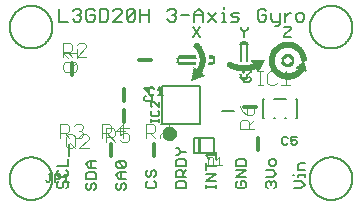
<source format=gbr>
G04 EAGLE Gerber RS-274X export*
G75*
%MOMM*%
%FSLAX34Y34*%
%LPD*%
%INSilkscreen Top*%
%IPPOS*%
%AMOC8*
5,1,8,0,0,1.08239X$1,22.5*%
G01*
%ADD10C,0.152400*%
%ADD11C,0.177800*%
%ADD12C,0.304800*%
%ADD13C,0.203200*%
%ADD14C,0.101600*%
%ADD15C,0.127000*%
%ADD16C,0.076200*%
%ADD17R,0.022856X0.011431*%
%ADD18R,0.057150X0.011431*%
%ADD19R,0.091438X0.011425*%
%ADD20R,0.171450X0.011428*%
%ADD21R,0.102869X0.011431*%
%ADD22R,0.262891X0.011431*%
%ADD23R,0.137156X0.011425*%
%ADD24R,0.331469X0.011428*%
%ADD25R,0.171450X0.011431*%
%ADD26R,0.400050X0.011431*%
%ADD27R,0.194306X0.011431*%
%ADD28R,0.445769X0.011431*%
%ADD29R,0.228600X0.011425*%
%ADD30R,0.491491X0.011428*%
%ADD31R,0.262887X0.011431*%
%ADD32R,0.525781X0.011431*%
%ADD33R,0.285750X0.011425*%
%ADD34R,0.560069X0.011428*%
%ADD35R,0.377191X0.011428*%
%ADD36R,0.308606X0.011431*%
%ADD37R,0.582931X0.011431*%
%ADD38R,0.537209X0.011431*%
%ADD39R,0.342900X0.011431*%
%ADD40R,0.605791X0.011431*%
%ADD41R,0.651509X0.011431*%
%ADD42R,0.377188X0.011425*%
%ADD43R,0.628650X0.011428*%
%ADD44R,0.754381X0.011428*%
%ADD45R,0.834391X0.011431*%
%ADD46R,0.434338X0.011425*%
%ADD47R,0.674369X0.011428*%
%ADD48R,0.925831X0.011428*%
%ADD49R,0.457200X0.011431*%
%ADD50R,0.697231X0.011431*%
%ADD51R,0.994409X0.011431*%
%ADD52R,0.491488X0.011431*%
%ADD53R,0.720091X0.011431*%
%ADD54R,1.062991X0.011431*%
%ADD55R,0.514350X0.011425*%
%ADD56R,0.720091X0.011428*%
%ADD57R,1.120138X0.011428*%
%ADD58R,0.548638X0.011431*%
%ADD59R,0.742950X0.011431*%
%ADD60R,1.177291X0.011431*%
%ADD61R,0.582925X0.011425*%
%ADD62R,0.742950X0.011428*%
%ADD63R,1.245869X0.011428*%
%ADD64R,0.594363X0.011431*%
%ADD65R,0.765809X0.011431*%
%ADD66R,1.291591X0.011431*%
%ADD67R,0.628650X0.011431*%
%ADD68R,1.337309X0.011431*%
%ADD69R,0.662938X0.011425*%
%ADD70R,0.320038X0.011428*%
%ADD71R,1.383031X0.011428*%
%ADD72R,0.685800X0.011431*%
%ADD73R,0.297178X0.011431*%
%ADD74R,0.297181X0.011431*%
%ADD75R,1.428750X0.011431*%
%ADD76R,0.720087X0.011425*%
%ADD77R,0.274319X0.011428*%
%ADD78R,1.474469X0.011428*%
%ADD79R,0.754381X0.011431*%
%ADD80R,0.251459X0.011431*%
%ADD81R,1.520191X0.011431*%
%ADD82R,0.777238X0.011431*%
%ADD83R,0.240028X0.011431*%
%ADD84R,0.240031X0.011431*%
%ADD85R,1.565909X0.011431*%
%ADD86R,0.800100X0.011425*%
%ADD87R,0.240031X0.011428*%
%ADD88R,0.228600X0.011428*%
%ADD89R,1.611631X0.011428*%
%ADD90R,0.834388X0.011431*%
%ADD91R,0.228600X0.011431*%
%ADD92R,1.634491X0.011431*%
%ADD93R,0.868681X0.011425*%
%ADD94R,1.680209X0.011428*%
%ADD95R,0.891538X0.011431*%
%ADD96R,1.714500X0.011431*%
%ADD97R,0.925831X0.011431*%
%ADD98R,1.748791X0.011431*%
%ADD99R,0.948688X0.011425*%
%ADD100R,1.783081X0.011428*%
%ADD101R,0.982975X0.011431*%
%ADD102R,1.817369X0.011431*%
%ADD103R,1.005837X0.011425*%
%ADD104R,1.840231X0.011428*%
%ADD105R,0.994406X0.011431*%
%ADD106R,1.885950X0.011431*%
%ADD107R,0.971550X0.011431*%
%ADD108R,1.908809X0.011431*%
%ADD109R,0.960119X0.011425*%
%ADD110R,1.943100X0.011428*%
%ADD111R,0.937256X0.011431*%
%ADD112R,1.977391X0.011431*%
%ADD113R,0.925831X0.011425*%
%ADD114R,2.000250X0.011428*%
%ADD115R,0.914400X0.011431*%
%ADD116R,2.023109X0.011431*%
%ADD117R,2.045969X0.011431*%
%ADD118R,0.880106X0.011425*%
%ADD119R,2.080262X0.011428*%
%ADD120R,0.868681X0.011431*%
%ADD121R,2.103119X0.011431*%
%ADD122R,0.845819X0.011425*%
%ADD123R,0.182881X0.011428*%
%ADD124R,0.205741X0.011428*%
%ADD125R,2.137409X0.011428*%
%ADD126R,0.822956X0.011431*%
%ADD127R,0.068581X0.011431*%
%ADD128R,0.091441X0.011431*%
%ADD129R,2.160269X0.011431*%
%ADD130R,0.811525X0.011431*%
%ADD131R,2.183131X0.011431*%
%ADD132R,2.205991X0.011428*%
%ADD133R,0.788669X0.011431*%
%ADD134R,2.228850X0.011431*%
%ADD135R,0.777238X0.011425*%
%ADD136R,0.960119X0.011428*%
%ADD137R,0.960122X0.011428*%
%ADD138R,0.902969X0.011431*%
%ADD139R,0.731519X0.011431*%
%ADD140R,0.845819X0.011428*%
%ADD141R,0.834391X0.011428*%
%ADD142R,0.708663X0.011431*%
%ADD143R,0.811531X0.011431*%
%ADD144R,0.811528X0.011431*%
%ADD145R,0.708663X0.011425*%
%ADD146R,0.800100X0.011428*%
%ADD147R,0.788672X0.011428*%
%ADD148R,0.708656X0.011431*%
%ADD149R,0.731522X0.011428*%
%ADD150R,0.731519X0.011428*%
%ADD151R,0.720087X0.011431*%
%ADD152R,0.731519X0.011425*%
%ADD153R,0.708659X0.011428*%
%ADD154R,0.697228X0.011431*%
%ADD155R,0.742950X0.011425*%
%ADD156R,0.011431X0.011428*%
%ADD157R,0.034291X0.011431*%
%ADD158R,0.662941X0.011431*%
%ADD159R,0.754375X0.011425*%
%ADD160R,0.034291X0.011428*%
%ADD161R,0.662941X0.011428*%
%ADD162R,0.651513X0.011428*%
%ADD163R,0.754375X0.011431*%
%ADD164R,0.640078X0.011431*%
%ADD165R,0.765806X0.011431*%
%ADD166R,0.640081X0.011431*%
%ADD167R,0.754381X0.011425*%
%ADD168R,0.080009X0.011428*%
%ADD169R,0.091438X0.011431*%
%ADD170R,0.765806X0.011425*%
%ADD171R,0.148591X0.011428*%
%ADD172R,0.102869X0.011428*%
%ADD173R,0.617219X0.011428*%
%ADD174R,0.022859X0.011428*%
%ADD175R,0.514350X0.011431*%
%ADD176R,0.114300X0.011431*%
%ADD177R,0.617222X0.011431*%
%ADD178R,0.708659X0.011431*%
%ADD179R,0.137162X0.011431*%
%ADD180R,0.788669X0.011425*%
%ADD181R,0.868678X0.011428*%
%ADD182R,0.137162X0.011428*%
%ADD183R,0.594359X0.011428*%
%ADD184R,0.605791X0.011428*%
%ADD185R,0.125731X0.011428*%
%ADD186R,1.005841X0.011431*%
%ADD187R,0.160019X0.011431*%
%ADD188R,0.594359X0.011431*%
%ADD189R,1.120141X0.011428*%
%ADD190R,1.211578X0.011431*%
%ADD191R,0.182881X0.011431*%
%ADD192R,0.582928X0.011431*%
%ADD193R,0.788672X0.011431*%
%ADD194R,0.800100X0.011431*%
%ADD195R,1.314450X0.011431*%
%ADD196R,0.194309X0.011431*%
%ADD197R,1.405891X0.011428*%
%ADD198R,0.217169X0.011428*%
%ADD199R,0.571500X0.011428*%
%ADD200R,1.474469X0.011431*%
%ADD201R,0.217169X0.011431*%
%ADD202R,0.571500X0.011431*%
%ADD203R,1.565909X0.011428*%
%ADD204R,0.560072X0.011428*%
%ADD205R,0.274319X0.011431*%
%ADD206R,0.560069X0.011431*%
%ADD207R,1.703069X0.011431*%
%ADD208R,0.560072X0.011431*%
%ADD209R,0.251463X0.011425*%
%ADD210R,0.502919X0.011425*%
%ADD211R,0.274322X0.011428*%
%ADD212R,0.548641X0.011428*%
%ADD213R,0.685800X0.011428*%
%ADD214R,1.840231X0.011431*%
%ADD215R,0.674369X0.011431*%
%ADD216R,0.217169X0.011425*%
%ADD217R,1.897381X0.011428*%
%ADD218R,0.297178X0.011428*%
%ADD219R,0.537209X0.011428*%
%ADD220R,0.651509X0.011428*%
%ADD221R,1.965963X0.011431*%
%ADD222R,0.320041X0.011431*%
%ADD223R,0.548641X0.011431*%
%ADD224R,0.502919X0.011431*%
%ADD225R,0.331472X0.011431*%
%ADD226R,0.171450X0.011425*%
%ADD227R,2.400300X0.011428*%
%ADD228R,0.537212X0.011428*%
%ADD229R,0.148588X0.011431*%
%ADD230R,2.446019X0.011431*%
%ADD231R,2.468881X0.011428*%
%ADD232R,0.525781X0.011428*%
%ADD233R,0.754378X0.011428*%
%ADD234R,0.125731X0.011431*%
%ADD235R,2.503172X0.011431*%
%ADD236R,0.525778X0.011431*%
%ADD237R,2.537463X0.011431*%
%ADD238R,0.822959X0.011431*%
%ADD239R,0.080006X0.011425*%
%ADD240R,0.491488X0.011425*%
%ADD241R,2.571750X0.011428*%
%ADD242R,0.068575X0.011431*%
%ADD243R,2.594609X0.011431*%
%ADD244R,0.777241X0.011431*%
%ADD245R,0.057150X0.011425*%
%ADD246R,2.628900X0.011428*%
%ADD247R,0.514350X0.011428*%
%ADD248R,0.765813X0.011428*%
%ADD249R,0.045719X0.011431*%
%ADD250R,2.651759X0.011431*%
%ADD251R,2.686050X0.011431*%
%ADD252R,2.708909X0.011428*%
%ADD253R,0.502919X0.011428*%
%ADD254R,0.480063X0.011431*%
%ADD255R,2.731769X0.011431*%
%ADD256R,2.754631X0.011428*%
%ADD257R,0.502922X0.011428*%
%ADD258R,0.091438X0.011428*%
%ADD259R,0.697231X0.011428*%
%ADD260R,2.777491X0.011431*%
%ADD261R,0.502922X0.011431*%
%ADD262R,0.480056X0.011431*%
%ADD263R,2.788922X0.011431*%
%ADD264R,0.491491X0.011431*%
%ADD265R,0.320038X0.011431*%
%ADD266R,0.662938X0.011431*%
%ADD267R,2.811778X0.011428*%
%ADD268R,0.388619X0.011428*%
%ADD269R,2.823209X0.011431*%
%ADD270R,0.480056X0.011425*%
%ADD271R,2.834641X0.011428*%
%ADD272R,0.617222X0.011428*%
%ADD273R,2.846072X0.011431*%
%ADD274R,2.868928X0.011431*%
%ADD275R,2.868928X0.011428*%
%ADD276R,0.480059X0.011428*%
%ADD277R,0.582931X0.011428*%
%ADD278R,2.880359X0.011431*%
%ADD279R,0.480059X0.011431*%
%ADD280R,1.360172X0.011428*%
%ADD281R,1.417319X0.011428*%
%ADD282R,0.491488X0.011428*%
%ADD283R,1.245872X0.011431*%
%ADD284R,0.468631X0.011431*%
%ADD285R,1.085850X0.011431*%
%ADD286R,1.154431X0.011431*%
%ADD287R,0.480063X0.011425*%
%ADD288R,1.017272X0.011428*%
%ADD289R,1.097278X0.011428*%
%ADD290R,1.040128X0.011431*%
%ADD291R,1.337306X0.011425*%
%ADD292R,0.468631X0.011425*%
%ADD293R,0.297181X0.011425*%
%ADD294R,0.914400X0.011428*%
%ADD295R,1.005841X0.011428*%
%ADD296R,0.788669X0.011428*%
%ADD297R,0.468631X0.011428*%
%ADD298R,1.371600X0.011431*%
%ADD299R,0.868678X0.011431*%
%ADD300R,0.960122X0.011431*%
%ADD301R,1.417319X0.011431*%
%ADD302R,0.365756X0.011431*%
%ADD303R,0.925828X0.011431*%
%ADD304R,0.445772X0.011431*%
%ADD305R,1.440181X0.011425*%
%ADD306R,0.777238X0.011428*%
%ADD307R,0.880109X0.011428*%
%ADD308R,0.480063X0.011428*%
%ADD309R,0.857250X0.011428*%
%ADD310R,0.422909X0.011428*%
%ADD311R,1.451606X0.011431*%
%ADD312R,0.468625X0.011431*%
%ADD313R,0.731522X0.011431*%
%ADD314R,0.857250X0.011431*%
%ADD315R,0.411481X0.011431*%
%ADD316R,1.474469X0.011425*%
%ADD317R,0.468625X0.011425*%
%ADD318R,0.411475X0.011425*%
%ADD319R,0.822959X0.011428*%
%ADD320R,0.400050X0.011428*%
%ADD321R,1.497325X0.011431*%
%ADD322R,0.422906X0.011431*%
%ADD323R,0.365759X0.011431*%
%ADD324R,0.388619X0.011431*%
%ADD325R,1.508756X0.011431*%
%ADD326R,0.331469X0.011431*%
%ADD327R,1.520188X0.011425*%
%ADD328R,0.582928X0.011428*%
%ADD329R,0.811528X0.011428*%
%ADD330R,0.468628X0.011428*%
%ADD331R,0.320041X0.011428*%
%ADD332R,0.354328X0.011428*%
%ADD333R,1.543050X0.011431*%
%ADD334R,0.468628X0.011431*%
%ADD335R,0.308609X0.011431*%
%ADD336R,0.308613X0.011431*%
%ADD337R,1.543050X0.011425*%
%ADD338R,0.457200X0.011425*%
%ADD339R,0.297181X0.011428*%
%ADD340R,1.554481X0.011431*%
%ADD341R,0.285750X0.011431*%
%ADD342R,1.565906X0.011431*%
%ADD343R,0.274322X0.011431*%
%ADD344R,1.565906X0.011425*%
%ADD345R,0.411478X0.011428*%
%ADD346R,0.457200X0.011428*%
%ADD347R,0.285750X0.011428*%
%ADD348R,1.588769X0.011431*%
%ADD349R,0.891541X0.011431*%
%ADD350R,1.600200X0.011425*%
%ADD351R,0.342900X0.011428*%
%ADD352R,0.902972X0.011428*%
%ADD353R,0.262887X0.011428*%
%ADD354R,0.251459X0.011428*%
%ADD355R,1.600200X0.011431*%
%ADD356R,0.937259X0.011431*%
%ADD357R,1.611631X0.011425*%
%ADD358R,0.240028X0.011428*%
%ADD359R,0.937259X0.011428*%
%ADD360R,1.611631X0.011431*%
%ADD361R,0.251463X0.011431*%
%ADD362R,0.274319X0.011425*%
%ADD363R,0.125728X0.011428*%
%ADD364R,0.971550X0.011428*%
%ADD365R,0.251456X0.011431*%
%ADD366R,0.982978X0.011431*%
%ADD367R,0.160022X0.011431*%
%ADD368R,0.148591X0.011431*%
%ADD369R,0.251456X0.011425*%
%ADD370R,1.017269X0.011428*%
%ADD371R,0.102872X0.011431*%
%ADD372R,1.017269X0.011431*%
%ADD373R,0.240025X0.011425*%
%ADD374R,0.194309X0.011428*%
%ADD375R,1.040131X0.011428*%
%ADD376R,0.240025X0.011431*%
%ADD377R,1.051562X0.011431*%
%ADD378R,0.068578X0.011431*%
%ADD379R,0.240031X0.011425*%
%ADD380R,1.074419X0.011428*%
%ADD381R,0.057150X0.011428*%
%ADD382R,1.097281X0.011431*%
%ADD383R,1.097281X0.011428*%
%ADD384R,0.034287X0.011428*%
%ADD385R,1.108709X0.011431*%
%ADD386R,0.011431X0.011431*%
%ADD387R,0.880109X0.011431*%
%ADD388R,0.434341X0.011431*%
%ADD389R,0.217172X0.011428*%
%ADD390R,0.262887X0.011425*%
%ADD391R,1.623056X0.011425*%
%ADD392R,1.623056X0.011431*%
%ADD393R,1.588769X0.011425*%
%ADD394R,0.445769X0.011425*%
%ADD395R,0.308609X0.011428*%
%ADD396R,1.577338X0.011431*%
%ADD397R,0.434338X0.011431*%
%ADD398R,0.354331X0.011431*%
%ADD399R,0.354328X0.011431*%
%ADD400R,1.554481X0.011425*%
%ADD401R,0.388622X0.011428*%
%ADD402R,0.422913X0.011425*%
%ADD403R,1.531619X0.011431*%
%ADD404R,1.520188X0.011431*%
%ADD405R,1.497325X0.011425*%
%ADD406R,0.388619X0.011425*%
%ADD407R,0.377188X0.011431*%
%ADD408R,1.463037X0.011425*%
%ADD409R,0.365762X0.011425*%
%ADD410R,1.440181X0.011431*%
%ADD411R,0.354325X0.011431*%
%ADD412R,1.383031X0.011425*%
%ADD413R,0.308606X0.011425*%
%ADD414R,1.348738X0.011431*%
%ADD415R,0.525778X0.011428*%
%ADD416R,0.525781X0.011425*%
%ADD417R,0.525775X0.011425*%
%ADD418R,0.537206X0.011431*%
%ADD419R,0.617219X0.011431*%
%ADD420R,0.537206X0.011425*%
%ADD421R,0.548638X0.011425*%
%ADD422R,0.537212X0.011431*%
%ADD423R,0.560069X0.011425*%
%ADD424R,0.571500X0.011425*%
%ADD425R,0.582931X0.011425*%
%ADD426R,0.822963X0.011428*%
%ADD427R,0.582925X0.011431*%
%ADD428R,0.594356X0.011425*%
%ADD429R,0.948688X0.011428*%
%ADD430R,0.594356X0.011431*%
%ADD431R,1.028700X0.011431*%
%ADD432R,0.594363X0.011425*%
%ADD433R,0.605788X0.011431*%
%ADD434R,2.114550X0.011431*%
%ADD435R,2.091691X0.011428*%
%ADD436R,2.068831X0.011431*%
%ADD437R,2.034537X0.011431*%
%ADD438R,1.954531X0.011428*%
%ADD439R,1.920238X0.011431*%
%ADD440R,1.863091X0.011428*%
%ADD441R,1.794509X0.011428*%
%ADD442R,1.760219X0.011431*%
%ADD443R,1.725931X0.011431*%
%ADD444R,1.657350X0.011431*%
%ADD445R,0.400050X0.011425*%
%ADD446R,1.497331X0.011428*%
%ADD447R,1.451609X0.011431*%
%ADD448R,0.354331X0.011425*%
%ADD449R,0.765809X0.011428*%
%ADD450R,1.360169X0.011431*%
%ADD451R,1.303019X0.011431*%
%ADD452R,1.200150X0.011431*%
%ADD453R,0.205738X0.011425*%
%ADD454R,1.131569X0.011428*%
%ADD455R,0.948691X0.011428*%
%ADD456C,0.609600*%


D10*
X248405Y28702D02*
X254167Y28702D01*
X257048Y31583D01*
X254167Y34464D01*
X248405Y34464D01*
X251286Y38057D02*
X251286Y39498D01*
X257048Y39498D01*
X257048Y40938D02*
X257048Y38057D01*
X248405Y39498D02*
X246964Y39498D01*
X251286Y44294D02*
X257048Y44294D01*
X251286Y44294D02*
X251286Y48616D01*
X252726Y50056D01*
X257048Y50056D01*
X225715Y28702D02*
X224275Y30143D01*
X224275Y33024D01*
X225715Y34464D01*
X227156Y34464D01*
X228596Y33024D01*
X228596Y31583D01*
X228596Y33024D02*
X230037Y34464D01*
X231477Y34464D01*
X232918Y33024D01*
X232918Y30143D01*
X231477Y28702D01*
X230037Y38057D02*
X224275Y38057D01*
X230037Y38057D02*
X232918Y40938D01*
X230037Y43819D01*
X224275Y43819D01*
X232918Y48853D02*
X232918Y51734D01*
X231477Y53175D01*
X228596Y53175D01*
X227156Y51734D01*
X227156Y48853D01*
X228596Y47412D01*
X231477Y47412D01*
X232918Y48853D01*
X49185Y34464D02*
X47745Y33024D01*
X47745Y30143D01*
X49185Y28702D01*
X50626Y28702D01*
X52066Y30143D01*
X52066Y33024D01*
X53507Y34464D01*
X54947Y34464D01*
X56388Y33024D01*
X56388Y30143D01*
X54947Y28702D01*
X47745Y42379D02*
X49185Y43819D01*
X47745Y42379D02*
X47745Y39498D01*
X49185Y38057D01*
X54947Y38057D01*
X56388Y39498D01*
X56388Y42379D01*
X54947Y43819D01*
X56388Y47412D02*
X47745Y47412D01*
X56388Y47412D02*
X56388Y53175D01*
X73315Y33194D02*
X71875Y31754D01*
X71875Y28873D01*
X73315Y27432D01*
X74756Y27432D01*
X76196Y28873D01*
X76196Y31754D01*
X77637Y33194D01*
X79077Y33194D01*
X80518Y31754D01*
X80518Y28873D01*
X79077Y27432D01*
X80518Y36787D02*
X71875Y36787D01*
X80518Y36787D02*
X80518Y41109D01*
X79077Y42549D01*
X73315Y42549D01*
X71875Y41109D01*
X71875Y36787D01*
X74756Y46142D02*
X80518Y46142D01*
X74756Y46142D02*
X71875Y49024D01*
X74756Y51905D01*
X80518Y51905D01*
X76196Y51905D02*
X76196Y46142D01*
X97275Y31754D02*
X98715Y33194D01*
X97275Y31754D02*
X97275Y28873D01*
X98715Y27432D01*
X100156Y27432D01*
X101596Y28873D01*
X101596Y31754D01*
X103037Y33194D01*
X104477Y33194D01*
X105918Y31754D01*
X105918Y28873D01*
X104477Y27432D01*
X105918Y36787D02*
X100156Y36787D01*
X97275Y39668D01*
X100156Y42549D01*
X105918Y42549D01*
X101596Y42549D02*
X101596Y36787D01*
X104477Y46142D02*
X98715Y46142D01*
X97275Y47583D01*
X97275Y50464D01*
X98715Y51905D01*
X104477Y51905D01*
X105918Y50464D01*
X105918Y47583D01*
X104477Y46142D01*
X98715Y51905D01*
X122675Y33024D02*
X124115Y34464D01*
X122675Y33024D02*
X122675Y30143D01*
X124115Y28702D01*
X129877Y28702D01*
X131318Y30143D01*
X131318Y33024D01*
X129877Y34464D01*
X122675Y42379D02*
X124115Y43819D01*
X122675Y42379D02*
X122675Y39498D01*
X124115Y38057D01*
X125556Y38057D01*
X126996Y39498D01*
X126996Y42379D01*
X128437Y43819D01*
X129877Y43819D01*
X131318Y42379D01*
X131318Y39498D01*
X129877Y38057D01*
X148075Y28702D02*
X156718Y28702D01*
X156718Y33024D01*
X155277Y34464D01*
X149515Y34464D01*
X148075Y33024D01*
X148075Y28702D01*
X148075Y38057D02*
X156718Y38057D01*
X148075Y38057D02*
X148075Y42379D01*
X149515Y43819D01*
X152396Y43819D01*
X153837Y42379D01*
X153837Y38057D01*
X153837Y40938D02*
X156718Y43819D01*
X156718Y47412D02*
X148075Y47412D01*
X156718Y47412D02*
X156718Y51734D01*
X155277Y53175D01*
X149515Y53175D01*
X148075Y51734D01*
X148075Y47412D01*
X148075Y56768D02*
X149515Y56768D01*
X152396Y59649D01*
X149515Y62530D01*
X148075Y62530D01*
X152396Y59649D02*
X156718Y59649D01*
X182118Y31583D02*
X182118Y28702D01*
X182118Y30143D02*
X173475Y30143D01*
X173475Y31583D02*
X173475Y28702D01*
X173475Y34939D02*
X182118Y34939D01*
X182118Y40701D02*
X173475Y34939D01*
X173475Y40701D02*
X182118Y40701D01*
X182118Y47175D02*
X173475Y47175D01*
X173475Y44294D02*
X173475Y50056D01*
X176356Y53649D02*
X173475Y56530D01*
X182118Y56530D01*
X182118Y53649D02*
X182118Y59411D01*
X200315Y34464D02*
X198875Y33024D01*
X198875Y30143D01*
X200315Y28702D01*
X206077Y28702D01*
X207518Y30143D01*
X207518Y33024D01*
X206077Y34464D01*
X203196Y34464D01*
X203196Y31583D01*
X198875Y38057D02*
X207518Y38057D01*
X207518Y43819D02*
X198875Y38057D01*
X198875Y43819D02*
X207518Y43819D01*
X207518Y47412D02*
X198875Y47412D01*
X207518Y47412D02*
X207518Y51734D01*
X206077Y53175D01*
X200315Y53175D01*
X198875Y51734D01*
X198875Y47412D01*
D11*
X239903Y165234D02*
X245496Y165234D01*
X245496Y163836D01*
X239903Y158243D01*
X239903Y156845D01*
X245496Y156845D01*
X49149Y169799D02*
X49149Y180476D01*
X49149Y169799D02*
X56267Y169799D01*
X60609Y178697D02*
X62389Y180476D01*
X65948Y180476D01*
X67727Y178697D01*
X67727Y176917D01*
X65948Y175138D01*
X64168Y175138D01*
X65948Y175138D02*
X67727Y173358D01*
X67727Y171579D01*
X65948Y169799D01*
X62389Y169799D01*
X60609Y171579D01*
X77408Y180476D02*
X79187Y178697D01*
X77408Y180476D02*
X73849Y180476D01*
X72069Y178697D01*
X72069Y171579D01*
X73849Y169799D01*
X77408Y169799D01*
X79187Y171579D01*
X79187Y175138D01*
X75628Y175138D01*
X83529Y180476D02*
X83529Y169799D01*
X88868Y169799D01*
X90647Y171579D01*
X90647Y178697D01*
X88868Y180476D01*
X83529Y180476D01*
X94989Y169799D02*
X102107Y169799D01*
X94989Y169799D02*
X102107Y176917D01*
X102107Y178697D01*
X100328Y180476D01*
X96769Y180476D01*
X94989Y178697D01*
X106449Y178697D02*
X106449Y171579D01*
X106449Y178697D02*
X108229Y180476D01*
X111788Y180476D01*
X113568Y178697D01*
X113568Y171579D01*
X111788Y169799D01*
X108229Y169799D01*
X106449Y171579D01*
X113568Y178697D01*
X117910Y180476D02*
X117910Y169799D01*
X117910Y175138D02*
X125028Y175138D01*
X125028Y180476D02*
X125028Y169799D01*
X140830Y178697D02*
X142609Y180476D01*
X146168Y180476D01*
X147948Y178697D01*
X147948Y176917D01*
X146168Y175138D01*
X144389Y175138D01*
X146168Y175138D02*
X147948Y173358D01*
X147948Y171579D01*
X146168Y169799D01*
X142609Y169799D01*
X140830Y171579D01*
X152290Y175138D02*
X159408Y175138D01*
X163750Y176917D02*
X163750Y169799D01*
X163750Y176917D02*
X167309Y180476D01*
X170868Y176917D01*
X170868Y169799D01*
X170868Y175138D02*
X163750Y175138D01*
X175210Y176917D02*
X182328Y169799D01*
X175210Y169799D02*
X182328Y176917D01*
X186670Y176917D02*
X188450Y176917D01*
X188450Y169799D01*
X190229Y169799D02*
X186670Y169799D01*
X188450Y180476D02*
X188450Y182256D01*
X194310Y169799D02*
X199649Y169799D01*
X201428Y171579D01*
X199649Y173358D01*
X196090Y173358D01*
X194310Y175138D01*
X196090Y176917D01*
X201428Y176917D01*
X222569Y180476D02*
X224348Y178697D01*
X222569Y180476D02*
X219010Y180476D01*
X217230Y178697D01*
X217230Y171579D01*
X219010Y169799D01*
X222569Y169799D01*
X224348Y171579D01*
X224348Y175138D01*
X220789Y175138D01*
X228690Y176917D02*
X228690Y171579D01*
X230470Y169799D01*
X235809Y169799D01*
X235809Y168020D02*
X235809Y176917D01*
X235809Y168020D02*
X234029Y166240D01*
X232250Y166240D01*
X240151Y169799D02*
X240151Y176917D01*
X240151Y173358D02*
X243710Y176917D01*
X245489Y176917D01*
X251480Y169799D02*
X255039Y169799D01*
X256819Y171579D01*
X256819Y175138D01*
X255039Y176917D01*
X251480Y176917D01*
X249701Y175138D01*
X249701Y171579D01*
X251480Y169799D01*
X168026Y156845D02*
X162433Y165234D01*
X168026Y165234D02*
X162433Y156845D01*
X203073Y163836D02*
X203073Y165234D01*
X203073Y163836D02*
X205869Y161040D01*
X208666Y163836D01*
X208666Y165234D01*
X205869Y161040D02*
X205869Y156845D01*
D12*
X104140Y113030D02*
X104140Y102870D01*
D10*
X128527Y114052D02*
X129628Y112950D01*
X128527Y114052D02*
X126324Y114052D01*
X125222Y112950D01*
X125222Y108544D01*
X126324Y107442D01*
X128527Y107442D01*
X129628Y108544D01*
X132706Y111848D02*
X134909Y114052D01*
X134909Y107442D01*
X132706Y107442D02*
X137113Y107442D01*
D12*
X205740Y97790D02*
X215900Y97790D01*
D10*
X204718Y122177D02*
X205820Y123278D01*
X204718Y122177D02*
X204718Y119974D01*
X205820Y118872D01*
X210226Y118872D01*
X211328Y119974D01*
X211328Y122177D01*
X210226Y123278D01*
X205820Y126356D02*
X204718Y127458D01*
X204718Y129661D01*
X205820Y130763D01*
X206922Y130763D01*
X208023Y129661D01*
X208023Y128559D01*
X208023Y129661D02*
X209125Y130763D01*
X210226Y130763D01*
X211328Y129661D01*
X211328Y127458D01*
X210226Y126356D01*
D12*
X127000Y137160D02*
X116840Y137160D01*
D10*
X122508Y107040D02*
X121406Y105939D01*
X121406Y103735D01*
X122508Y102634D01*
X126914Y102634D01*
X128016Y103735D01*
X128016Y105939D01*
X126914Y107040D01*
X128016Y113423D02*
X121406Y113423D01*
X124711Y110118D01*
X124711Y114524D01*
X39202Y34290D02*
X38100Y35392D01*
X39202Y34290D02*
X40303Y34290D01*
X41405Y35392D01*
X41405Y40900D01*
X42506Y40900D02*
X40303Y40900D01*
X45584Y40900D02*
X45584Y34290D01*
X45584Y40900D02*
X48889Y40900D01*
X49991Y39798D01*
X49991Y37595D01*
X48889Y36493D01*
X45584Y36493D01*
X53068Y38696D02*
X55272Y40900D01*
X55272Y34290D01*
X57475Y34290D02*
X53068Y34290D01*
D13*
X7400Y36830D02*
X7405Y37272D01*
X7422Y37713D01*
X7449Y38154D01*
X7487Y38594D01*
X7535Y39033D01*
X7595Y39471D01*
X7665Y39907D01*
X7746Y40342D01*
X7837Y40774D01*
X7939Y41204D01*
X8052Y41631D01*
X8175Y42055D01*
X8308Y42476D01*
X8452Y42894D01*
X8606Y43308D01*
X8770Y43718D01*
X8944Y44124D01*
X9128Y44526D01*
X9322Y44923D01*
X9525Y45315D01*
X9738Y45702D01*
X9961Y46084D01*
X10193Y46460D01*
X10434Y46830D01*
X10683Y47195D01*
X10942Y47553D01*
X11210Y47904D01*
X11486Y48249D01*
X11770Y48587D01*
X12063Y48918D01*
X12364Y49242D01*
X12672Y49558D01*
X12988Y49866D01*
X13312Y50167D01*
X13643Y50460D01*
X13981Y50744D01*
X14326Y51020D01*
X14677Y51288D01*
X15035Y51547D01*
X15400Y51796D01*
X15770Y52037D01*
X16146Y52269D01*
X16528Y52492D01*
X16915Y52705D01*
X17307Y52908D01*
X17704Y53102D01*
X18106Y53286D01*
X18512Y53460D01*
X18922Y53624D01*
X19336Y53778D01*
X19754Y53922D01*
X20175Y54055D01*
X20599Y54178D01*
X21026Y54291D01*
X21456Y54393D01*
X21888Y54484D01*
X22323Y54565D01*
X22759Y54635D01*
X23197Y54695D01*
X23636Y54743D01*
X24076Y54781D01*
X24517Y54808D01*
X24958Y54825D01*
X25400Y54830D01*
X25842Y54825D01*
X26283Y54808D01*
X26724Y54781D01*
X27164Y54743D01*
X27603Y54695D01*
X28041Y54635D01*
X28477Y54565D01*
X28912Y54484D01*
X29344Y54393D01*
X29774Y54291D01*
X30201Y54178D01*
X30625Y54055D01*
X31046Y53922D01*
X31464Y53778D01*
X31878Y53624D01*
X32288Y53460D01*
X32694Y53286D01*
X33096Y53102D01*
X33493Y52908D01*
X33885Y52705D01*
X34272Y52492D01*
X34654Y52269D01*
X35030Y52037D01*
X35400Y51796D01*
X35765Y51547D01*
X36123Y51288D01*
X36474Y51020D01*
X36819Y50744D01*
X37157Y50460D01*
X37488Y50167D01*
X37812Y49866D01*
X38128Y49558D01*
X38436Y49242D01*
X38737Y48918D01*
X39030Y48587D01*
X39314Y48249D01*
X39590Y47904D01*
X39858Y47553D01*
X40117Y47195D01*
X40366Y46830D01*
X40607Y46460D01*
X40839Y46084D01*
X41062Y45702D01*
X41275Y45315D01*
X41478Y44923D01*
X41672Y44526D01*
X41856Y44124D01*
X42030Y43718D01*
X42194Y43308D01*
X42348Y42894D01*
X42492Y42476D01*
X42625Y42055D01*
X42748Y41631D01*
X42861Y41204D01*
X42963Y40774D01*
X43054Y40342D01*
X43135Y39907D01*
X43205Y39471D01*
X43265Y39033D01*
X43313Y38594D01*
X43351Y38154D01*
X43378Y37713D01*
X43395Y37272D01*
X43400Y36830D01*
X43395Y36388D01*
X43378Y35947D01*
X43351Y35506D01*
X43313Y35066D01*
X43265Y34627D01*
X43205Y34189D01*
X43135Y33753D01*
X43054Y33318D01*
X42963Y32886D01*
X42861Y32456D01*
X42748Y32029D01*
X42625Y31605D01*
X42492Y31184D01*
X42348Y30766D01*
X42194Y30352D01*
X42030Y29942D01*
X41856Y29536D01*
X41672Y29134D01*
X41478Y28737D01*
X41275Y28345D01*
X41062Y27958D01*
X40839Y27576D01*
X40607Y27200D01*
X40366Y26830D01*
X40117Y26465D01*
X39858Y26107D01*
X39590Y25756D01*
X39314Y25411D01*
X39030Y25073D01*
X38737Y24742D01*
X38436Y24418D01*
X38128Y24102D01*
X37812Y23794D01*
X37488Y23493D01*
X37157Y23200D01*
X36819Y22916D01*
X36474Y22640D01*
X36123Y22372D01*
X35765Y22113D01*
X35400Y21864D01*
X35030Y21623D01*
X34654Y21391D01*
X34272Y21168D01*
X33885Y20955D01*
X33493Y20752D01*
X33096Y20558D01*
X32694Y20374D01*
X32288Y20200D01*
X31878Y20036D01*
X31464Y19882D01*
X31046Y19738D01*
X30625Y19605D01*
X30201Y19482D01*
X29774Y19369D01*
X29344Y19267D01*
X28912Y19176D01*
X28477Y19095D01*
X28041Y19025D01*
X27603Y18965D01*
X27164Y18917D01*
X26724Y18879D01*
X26283Y18852D01*
X25842Y18835D01*
X25400Y18830D01*
X24958Y18835D01*
X24517Y18852D01*
X24076Y18879D01*
X23636Y18917D01*
X23197Y18965D01*
X22759Y19025D01*
X22323Y19095D01*
X21888Y19176D01*
X21456Y19267D01*
X21026Y19369D01*
X20599Y19482D01*
X20175Y19605D01*
X19754Y19738D01*
X19336Y19882D01*
X18922Y20036D01*
X18512Y20200D01*
X18106Y20374D01*
X17704Y20558D01*
X17307Y20752D01*
X16915Y20955D01*
X16528Y21168D01*
X16146Y21391D01*
X15770Y21623D01*
X15400Y21864D01*
X15035Y22113D01*
X14677Y22372D01*
X14326Y22640D01*
X13981Y22916D01*
X13643Y23200D01*
X13312Y23493D01*
X12988Y23794D01*
X12672Y24102D01*
X12364Y24418D01*
X12063Y24742D01*
X11770Y25073D01*
X11486Y25411D01*
X11210Y25756D01*
X10942Y26107D01*
X10683Y26465D01*
X10434Y26830D01*
X10193Y27200D01*
X9961Y27576D01*
X9738Y27958D01*
X9525Y28345D01*
X9322Y28737D01*
X9128Y29134D01*
X8944Y29536D01*
X8770Y29942D01*
X8606Y30352D01*
X8452Y30766D01*
X8308Y31184D01*
X8175Y31605D01*
X8052Y32029D01*
X7939Y32456D01*
X7837Y32886D01*
X7746Y33318D01*
X7665Y33753D01*
X7595Y34189D01*
X7535Y34627D01*
X7487Y35066D01*
X7449Y35506D01*
X7422Y35947D01*
X7405Y36388D01*
X7400Y36830D01*
X261400Y36830D02*
X261405Y37272D01*
X261422Y37713D01*
X261449Y38154D01*
X261487Y38594D01*
X261535Y39033D01*
X261595Y39471D01*
X261665Y39907D01*
X261746Y40342D01*
X261837Y40774D01*
X261939Y41204D01*
X262052Y41631D01*
X262175Y42055D01*
X262308Y42476D01*
X262452Y42894D01*
X262606Y43308D01*
X262770Y43718D01*
X262944Y44124D01*
X263128Y44526D01*
X263322Y44923D01*
X263525Y45315D01*
X263738Y45702D01*
X263961Y46084D01*
X264193Y46460D01*
X264434Y46830D01*
X264683Y47195D01*
X264942Y47553D01*
X265210Y47904D01*
X265486Y48249D01*
X265770Y48587D01*
X266063Y48918D01*
X266364Y49242D01*
X266672Y49558D01*
X266988Y49866D01*
X267312Y50167D01*
X267643Y50460D01*
X267981Y50744D01*
X268326Y51020D01*
X268677Y51288D01*
X269035Y51547D01*
X269400Y51796D01*
X269770Y52037D01*
X270146Y52269D01*
X270528Y52492D01*
X270915Y52705D01*
X271307Y52908D01*
X271704Y53102D01*
X272106Y53286D01*
X272512Y53460D01*
X272922Y53624D01*
X273336Y53778D01*
X273754Y53922D01*
X274175Y54055D01*
X274599Y54178D01*
X275026Y54291D01*
X275456Y54393D01*
X275888Y54484D01*
X276323Y54565D01*
X276759Y54635D01*
X277197Y54695D01*
X277636Y54743D01*
X278076Y54781D01*
X278517Y54808D01*
X278958Y54825D01*
X279400Y54830D01*
X279842Y54825D01*
X280283Y54808D01*
X280724Y54781D01*
X281164Y54743D01*
X281603Y54695D01*
X282041Y54635D01*
X282477Y54565D01*
X282912Y54484D01*
X283344Y54393D01*
X283774Y54291D01*
X284201Y54178D01*
X284625Y54055D01*
X285046Y53922D01*
X285464Y53778D01*
X285878Y53624D01*
X286288Y53460D01*
X286694Y53286D01*
X287096Y53102D01*
X287493Y52908D01*
X287885Y52705D01*
X288272Y52492D01*
X288654Y52269D01*
X289030Y52037D01*
X289400Y51796D01*
X289765Y51547D01*
X290123Y51288D01*
X290474Y51020D01*
X290819Y50744D01*
X291157Y50460D01*
X291488Y50167D01*
X291812Y49866D01*
X292128Y49558D01*
X292436Y49242D01*
X292737Y48918D01*
X293030Y48587D01*
X293314Y48249D01*
X293590Y47904D01*
X293858Y47553D01*
X294117Y47195D01*
X294366Y46830D01*
X294607Y46460D01*
X294839Y46084D01*
X295062Y45702D01*
X295275Y45315D01*
X295478Y44923D01*
X295672Y44526D01*
X295856Y44124D01*
X296030Y43718D01*
X296194Y43308D01*
X296348Y42894D01*
X296492Y42476D01*
X296625Y42055D01*
X296748Y41631D01*
X296861Y41204D01*
X296963Y40774D01*
X297054Y40342D01*
X297135Y39907D01*
X297205Y39471D01*
X297265Y39033D01*
X297313Y38594D01*
X297351Y38154D01*
X297378Y37713D01*
X297395Y37272D01*
X297400Y36830D01*
X297395Y36388D01*
X297378Y35947D01*
X297351Y35506D01*
X297313Y35066D01*
X297265Y34627D01*
X297205Y34189D01*
X297135Y33753D01*
X297054Y33318D01*
X296963Y32886D01*
X296861Y32456D01*
X296748Y32029D01*
X296625Y31605D01*
X296492Y31184D01*
X296348Y30766D01*
X296194Y30352D01*
X296030Y29942D01*
X295856Y29536D01*
X295672Y29134D01*
X295478Y28737D01*
X295275Y28345D01*
X295062Y27958D01*
X294839Y27576D01*
X294607Y27200D01*
X294366Y26830D01*
X294117Y26465D01*
X293858Y26107D01*
X293590Y25756D01*
X293314Y25411D01*
X293030Y25073D01*
X292737Y24742D01*
X292436Y24418D01*
X292128Y24102D01*
X291812Y23794D01*
X291488Y23493D01*
X291157Y23200D01*
X290819Y22916D01*
X290474Y22640D01*
X290123Y22372D01*
X289765Y22113D01*
X289400Y21864D01*
X289030Y21623D01*
X288654Y21391D01*
X288272Y21168D01*
X287885Y20955D01*
X287493Y20752D01*
X287096Y20558D01*
X286694Y20374D01*
X286288Y20200D01*
X285878Y20036D01*
X285464Y19882D01*
X285046Y19738D01*
X284625Y19605D01*
X284201Y19482D01*
X283774Y19369D01*
X283344Y19267D01*
X282912Y19176D01*
X282477Y19095D01*
X282041Y19025D01*
X281603Y18965D01*
X281164Y18917D01*
X280724Y18879D01*
X280283Y18852D01*
X279842Y18835D01*
X279400Y18830D01*
X278958Y18835D01*
X278517Y18852D01*
X278076Y18879D01*
X277636Y18917D01*
X277197Y18965D01*
X276759Y19025D01*
X276323Y19095D01*
X275888Y19176D01*
X275456Y19267D01*
X275026Y19369D01*
X274599Y19482D01*
X274175Y19605D01*
X273754Y19738D01*
X273336Y19882D01*
X272922Y20036D01*
X272512Y20200D01*
X272106Y20374D01*
X271704Y20558D01*
X271307Y20752D01*
X270915Y20955D01*
X270528Y21168D01*
X270146Y21391D01*
X269770Y21623D01*
X269400Y21864D01*
X269035Y22113D01*
X268677Y22372D01*
X268326Y22640D01*
X267981Y22916D01*
X267643Y23200D01*
X267312Y23493D01*
X266988Y23794D01*
X266672Y24102D01*
X266364Y24418D01*
X266063Y24742D01*
X265770Y25073D01*
X265486Y25411D01*
X265210Y25756D01*
X264942Y26107D01*
X264683Y26465D01*
X264434Y26830D01*
X264193Y27200D01*
X263961Y27576D01*
X263738Y27958D01*
X263525Y28345D01*
X263322Y28737D01*
X263128Y29134D01*
X262944Y29536D01*
X262770Y29942D01*
X262606Y30352D01*
X262452Y30766D01*
X262308Y31184D01*
X262175Y31605D01*
X262052Y32029D01*
X261939Y32456D01*
X261837Y32886D01*
X261746Y33318D01*
X261665Y33753D01*
X261595Y34189D01*
X261535Y34627D01*
X261487Y35066D01*
X261449Y35506D01*
X261422Y35947D01*
X261405Y36388D01*
X261400Y36830D01*
D14*
X54590Y64687D02*
X54590Y72483D01*
X56539Y74432D01*
X60437Y74432D01*
X62386Y72483D01*
X62386Y64687D01*
X60437Y62738D01*
X56539Y62738D01*
X54590Y64687D01*
X58488Y66636D02*
X62386Y62738D01*
X66284Y62738D02*
X74080Y62738D01*
X66284Y62738D02*
X74080Y70534D01*
X74080Y72483D01*
X72131Y74432D01*
X68233Y74432D01*
X66284Y72483D01*
X62313Y127508D02*
X54517Y127508D01*
X52568Y129457D01*
X52568Y133355D01*
X54517Y135304D01*
X62313Y135304D01*
X64262Y133355D01*
X64262Y129457D01*
X62313Y127508D01*
X60364Y131406D02*
X64262Y135304D01*
X56466Y139202D02*
X52568Y143100D01*
X64262Y143100D01*
X64262Y139202D02*
X64262Y146998D01*
D12*
X59690Y134620D02*
X59690Y124460D01*
D14*
X52578Y140208D02*
X52578Y151902D01*
X58425Y151902D01*
X60374Y149953D01*
X60374Y146055D01*
X58425Y144106D01*
X52578Y144106D01*
X56476Y144106D02*
X60374Y140208D01*
X64272Y140208D02*
X72068Y140208D01*
X64272Y140208D02*
X72068Y148004D01*
X72068Y149953D01*
X70119Y151902D01*
X66221Y151902D01*
X64272Y149953D01*
D13*
X57150Y66040D02*
X57150Y55880D01*
D14*
X50038Y71628D02*
X50038Y83322D01*
X55885Y83322D01*
X57834Y81373D01*
X57834Y77475D01*
X55885Y75526D01*
X50038Y75526D01*
X53936Y75526D02*
X57834Y71628D01*
X61732Y81373D02*
X63681Y83322D01*
X67579Y83322D01*
X69528Y81373D01*
X69528Y79424D01*
X67579Y77475D01*
X65630Y77475D01*
X67579Y77475D02*
X69528Y75526D01*
X69528Y73577D01*
X67579Y71628D01*
X63681Y71628D01*
X61732Y73577D01*
D12*
X92710Y66040D02*
X92710Y55880D01*
D14*
X85598Y71628D02*
X85598Y83322D01*
X91445Y83322D01*
X93394Y81373D01*
X93394Y77475D01*
X91445Y75526D01*
X85598Y75526D01*
X89496Y75526D02*
X93394Y71628D01*
X103139Y71628D02*
X103139Y83322D01*
X97292Y77475D01*
X105088Y77475D01*
D12*
X104140Y85090D02*
X104140Y95250D01*
D14*
X88880Y79512D02*
X88880Y67818D01*
X88880Y79512D02*
X94727Y79512D01*
X96676Y77563D01*
X96676Y73665D01*
X94727Y71716D01*
X88880Y71716D01*
X92778Y71716D02*
X96676Y67818D01*
X100574Y79512D02*
X108370Y79512D01*
X100574Y79512D02*
X100574Y73665D01*
X104472Y75614D01*
X106421Y75614D01*
X108370Y73665D01*
X108370Y69767D01*
X106421Y67818D01*
X102523Y67818D01*
X100574Y69767D01*
D13*
X186690Y93980D02*
X196850Y93980D01*
D14*
X202428Y78720D02*
X214122Y78720D01*
X202428Y78720D02*
X202428Y84567D01*
X204377Y86516D01*
X208275Y86516D01*
X210224Y84567D01*
X210224Y78720D01*
X210224Y82618D02*
X214122Y86516D01*
X204377Y94312D02*
X202428Y98210D01*
X204377Y94312D02*
X208275Y90414D01*
X212173Y90414D01*
X214122Y92363D01*
X214122Y96261D01*
X212173Y98210D01*
X210224Y98210D01*
X208275Y96261D01*
X208275Y90414D01*
D15*
X179950Y58270D02*
X162950Y58270D01*
X162950Y71270D01*
X179950Y71270D01*
X179950Y58270D01*
X167450Y58770D02*
X167450Y70770D01*
X168450Y70770D01*
X168450Y58770D01*
D16*
X174863Y55395D02*
X174863Y48023D01*
X178549Y48023D01*
X179778Y49252D01*
X179778Y54167D01*
X178549Y55395D01*
X174863Y55395D01*
X182347Y52938D02*
X184804Y55395D01*
X184804Y48023D01*
X182347Y48023D02*
X187262Y48023D01*
D13*
X261400Y165100D02*
X261405Y165542D01*
X261422Y165983D01*
X261449Y166424D01*
X261487Y166864D01*
X261535Y167303D01*
X261595Y167741D01*
X261665Y168177D01*
X261746Y168612D01*
X261837Y169044D01*
X261939Y169474D01*
X262052Y169901D01*
X262175Y170325D01*
X262308Y170746D01*
X262452Y171164D01*
X262606Y171578D01*
X262770Y171988D01*
X262944Y172394D01*
X263128Y172796D01*
X263322Y173193D01*
X263525Y173585D01*
X263738Y173972D01*
X263961Y174354D01*
X264193Y174730D01*
X264434Y175100D01*
X264683Y175465D01*
X264942Y175823D01*
X265210Y176174D01*
X265486Y176519D01*
X265770Y176857D01*
X266063Y177188D01*
X266364Y177512D01*
X266672Y177828D01*
X266988Y178136D01*
X267312Y178437D01*
X267643Y178730D01*
X267981Y179014D01*
X268326Y179290D01*
X268677Y179558D01*
X269035Y179817D01*
X269400Y180066D01*
X269770Y180307D01*
X270146Y180539D01*
X270528Y180762D01*
X270915Y180975D01*
X271307Y181178D01*
X271704Y181372D01*
X272106Y181556D01*
X272512Y181730D01*
X272922Y181894D01*
X273336Y182048D01*
X273754Y182192D01*
X274175Y182325D01*
X274599Y182448D01*
X275026Y182561D01*
X275456Y182663D01*
X275888Y182754D01*
X276323Y182835D01*
X276759Y182905D01*
X277197Y182965D01*
X277636Y183013D01*
X278076Y183051D01*
X278517Y183078D01*
X278958Y183095D01*
X279400Y183100D01*
X279842Y183095D01*
X280283Y183078D01*
X280724Y183051D01*
X281164Y183013D01*
X281603Y182965D01*
X282041Y182905D01*
X282477Y182835D01*
X282912Y182754D01*
X283344Y182663D01*
X283774Y182561D01*
X284201Y182448D01*
X284625Y182325D01*
X285046Y182192D01*
X285464Y182048D01*
X285878Y181894D01*
X286288Y181730D01*
X286694Y181556D01*
X287096Y181372D01*
X287493Y181178D01*
X287885Y180975D01*
X288272Y180762D01*
X288654Y180539D01*
X289030Y180307D01*
X289400Y180066D01*
X289765Y179817D01*
X290123Y179558D01*
X290474Y179290D01*
X290819Y179014D01*
X291157Y178730D01*
X291488Y178437D01*
X291812Y178136D01*
X292128Y177828D01*
X292436Y177512D01*
X292737Y177188D01*
X293030Y176857D01*
X293314Y176519D01*
X293590Y176174D01*
X293858Y175823D01*
X294117Y175465D01*
X294366Y175100D01*
X294607Y174730D01*
X294839Y174354D01*
X295062Y173972D01*
X295275Y173585D01*
X295478Y173193D01*
X295672Y172796D01*
X295856Y172394D01*
X296030Y171988D01*
X296194Y171578D01*
X296348Y171164D01*
X296492Y170746D01*
X296625Y170325D01*
X296748Y169901D01*
X296861Y169474D01*
X296963Y169044D01*
X297054Y168612D01*
X297135Y168177D01*
X297205Y167741D01*
X297265Y167303D01*
X297313Y166864D01*
X297351Y166424D01*
X297378Y165983D01*
X297395Y165542D01*
X297400Y165100D01*
X297395Y164658D01*
X297378Y164217D01*
X297351Y163776D01*
X297313Y163336D01*
X297265Y162897D01*
X297205Y162459D01*
X297135Y162023D01*
X297054Y161588D01*
X296963Y161156D01*
X296861Y160726D01*
X296748Y160299D01*
X296625Y159875D01*
X296492Y159454D01*
X296348Y159036D01*
X296194Y158622D01*
X296030Y158212D01*
X295856Y157806D01*
X295672Y157404D01*
X295478Y157007D01*
X295275Y156615D01*
X295062Y156228D01*
X294839Y155846D01*
X294607Y155470D01*
X294366Y155100D01*
X294117Y154735D01*
X293858Y154377D01*
X293590Y154026D01*
X293314Y153681D01*
X293030Y153343D01*
X292737Y153012D01*
X292436Y152688D01*
X292128Y152372D01*
X291812Y152064D01*
X291488Y151763D01*
X291157Y151470D01*
X290819Y151186D01*
X290474Y150910D01*
X290123Y150642D01*
X289765Y150383D01*
X289400Y150134D01*
X289030Y149893D01*
X288654Y149661D01*
X288272Y149438D01*
X287885Y149225D01*
X287493Y149022D01*
X287096Y148828D01*
X286694Y148644D01*
X286288Y148470D01*
X285878Y148306D01*
X285464Y148152D01*
X285046Y148008D01*
X284625Y147875D01*
X284201Y147752D01*
X283774Y147639D01*
X283344Y147537D01*
X282912Y147446D01*
X282477Y147365D01*
X282041Y147295D01*
X281603Y147235D01*
X281164Y147187D01*
X280724Y147149D01*
X280283Y147122D01*
X279842Y147105D01*
X279400Y147100D01*
X278958Y147105D01*
X278517Y147122D01*
X278076Y147149D01*
X277636Y147187D01*
X277197Y147235D01*
X276759Y147295D01*
X276323Y147365D01*
X275888Y147446D01*
X275456Y147537D01*
X275026Y147639D01*
X274599Y147752D01*
X274175Y147875D01*
X273754Y148008D01*
X273336Y148152D01*
X272922Y148306D01*
X272512Y148470D01*
X272106Y148644D01*
X271704Y148828D01*
X271307Y149022D01*
X270915Y149225D01*
X270528Y149438D01*
X270146Y149661D01*
X269770Y149893D01*
X269400Y150134D01*
X269035Y150383D01*
X268677Y150642D01*
X268326Y150910D01*
X267981Y151186D01*
X267643Y151470D01*
X267312Y151763D01*
X266988Y152064D01*
X266672Y152372D01*
X266364Y152688D01*
X266063Y153012D01*
X265770Y153343D01*
X265486Y153681D01*
X265210Y154026D01*
X264942Y154377D01*
X264683Y154735D01*
X264434Y155100D01*
X264193Y155470D01*
X263961Y155846D01*
X263738Y156228D01*
X263525Y156615D01*
X263322Y157007D01*
X263128Y157404D01*
X262944Y157806D01*
X262770Y158212D01*
X262606Y158622D01*
X262452Y159036D01*
X262308Y159454D01*
X262175Y159875D01*
X262052Y160299D01*
X261939Y160726D01*
X261837Y161156D01*
X261746Y161588D01*
X261665Y162023D01*
X261595Y162459D01*
X261535Y162897D01*
X261487Y163336D01*
X261449Y163776D01*
X261422Y164217D01*
X261405Y164658D01*
X261400Y165100D01*
X7400Y165100D02*
X7405Y165542D01*
X7422Y165983D01*
X7449Y166424D01*
X7487Y166864D01*
X7535Y167303D01*
X7595Y167741D01*
X7665Y168177D01*
X7746Y168612D01*
X7837Y169044D01*
X7939Y169474D01*
X8052Y169901D01*
X8175Y170325D01*
X8308Y170746D01*
X8452Y171164D01*
X8606Y171578D01*
X8770Y171988D01*
X8944Y172394D01*
X9128Y172796D01*
X9322Y173193D01*
X9525Y173585D01*
X9738Y173972D01*
X9961Y174354D01*
X10193Y174730D01*
X10434Y175100D01*
X10683Y175465D01*
X10942Y175823D01*
X11210Y176174D01*
X11486Y176519D01*
X11770Y176857D01*
X12063Y177188D01*
X12364Y177512D01*
X12672Y177828D01*
X12988Y178136D01*
X13312Y178437D01*
X13643Y178730D01*
X13981Y179014D01*
X14326Y179290D01*
X14677Y179558D01*
X15035Y179817D01*
X15400Y180066D01*
X15770Y180307D01*
X16146Y180539D01*
X16528Y180762D01*
X16915Y180975D01*
X17307Y181178D01*
X17704Y181372D01*
X18106Y181556D01*
X18512Y181730D01*
X18922Y181894D01*
X19336Y182048D01*
X19754Y182192D01*
X20175Y182325D01*
X20599Y182448D01*
X21026Y182561D01*
X21456Y182663D01*
X21888Y182754D01*
X22323Y182835D01*
X22759Y182905D01*
X23197Y182965D01*
X23636Y183013D01*
X24076Y183051D01*
X24517Y183078D01*
X24958Y183095D01*
X25400Y183100D01*
X25842Y183095D01*
X26283Y183078D01*
X26724Y183051D01*
X27164Y183013D01*
X27603Y182965D01*
X28041Y182905D01*
X28477Y182835D01*
X28912Y182754D01*
X29344Y182663D01*
X29774Y182561D01*
X30201Y182448D01*
X30625Y182325D01*
X31046Y182192D01*
X31464Y182048D01*
X31878Y181894D01*
X32288Y181730D01*
X32694Y181556D01*
X33096Y181372D01*
X33493Y181178D01*
X33885Y180975D01*
X34272Y180762D01*
X34654Y180539D01*
X35030Y180307D01*
X35400Y180066D01*
X35765Y179817D01*
X36123Y179558D01*
X36474Y179290D01*
X36819Y179014D01*
X37157Y178730D01*
X37488Y178437D01*
X37812Y178136D01*
X38128Y177828D01*
X38436Y177512D01*
X38737Y177188D01*
X39030Y176857D01*
X39314Y176519D01*
X39590Y176174D01*
X39858Y175823D01*
X40117Y175465D01*
X40366Y175100D01*
X40607Y174730D01*
X40839Y174354D01*
X41062Y173972D01*
X41275Y173585D01*
X41478Y173193D01*
X41672Y172796D01*
X41856Y172394D01*
X42030Y171988D01*
X42194Y171578D01*
X42348Y171164D01*
X42492Y170746D01*
X42625Y170325D01*
X42748Y169901D01*
X42861Y169474D01*
X42963Y169044D01*
X43054Y168612D01*
X43135Y168177D01*
X43205Y167741D01*
X43265Y167303D01*
X43313Y166864D01*
X43351Y166424D01*
X43378Y165983D01*
X43395Y165542D01*
X43400Y165100D01*
X43395Y164658D01*
X43378Y164217D01*
X43351Y163776D01*
X43313Y163336D01*
X43265Y162897D01*
X43205Y162459D01*
X43135Y162023D01*
X43054Y161588D01*
X42963Y161156D01*
X42861Y160726D01*
X42748Y160299D01*
X42625Y159875D01*
X42492Y159454D01*
X42348Y159036D01*
X42194Y158622D01*
X42030Y158212D01*
X41856Y157806D01*
X41672Y157404D01*
X41478Y157007D01*
X41275Y156615D01*
X41062Y156228D01*
X40839Y155846D01*
X40607Y155470D01*
X40366Y155100D01*
X40117Y154735D01*
X39858Y154377D01*
X39590Y154026D01*
X39314Y153681D01*
X39030Y153343D01*
X38737Y153012D01*
X38436Y152688D01*
X38128Y152372D01*
X37812Y152064D01*
X37488Y151763D01*
X37157Y151470D01*
X36819Y151186D01*
X36474Y150910D01*
X36123Y150642D01*
X35765Y150383D01*
X35400Y150134D01*
X35030Y149893D01*
X34654Y149661D01*
X34272Y149438D01*
X33885Y149225D01*
X33493Y149022D01*
X33096Y148828D01*
X32694Y148644D01*
X32288Y148470D01*
X31878Y148306D01*
X31464Y148152D01*
X31046Y148008D01*
X30625Y147875D01*
X30201Y147752D01*
X29774Y147639D01*
X29344Y147537D01*
X28912Y147446D01*
X28477Y147365D01*
X28041Y147295D01*
X27603Y147235D01*
X27164Y147187D01*
X26724Y147149D01*
X26283Y147122D01*
X25842Y147105D01*
X25400Y147100D01*
X24958Y147105D01*
X24517Y147122D01*
X24076Y147149D01*
X23636Y147187D01*
X23197Y147235D01*
X22759Y147295D01*
X22323Y147365D01*
X21888Y147446D01*
X21456Y147537D01*
X21026Y147639D01*
X20599Y147752D01*
X20175Y147875D01*
X19754Y148008D01*
X19336Y148152D01*
X18922Y148306D01*
X18512Y148470D01*
X18106Y148644D01*
X17704Y148828D01*
X17307Y149022D01*
X16915Y149225D01*
X16528Y149438D01*
X16146Y149661D01*
X15770Y149893D01*
X15400Y150134D01*
X15035Y150383D01*
X14677Y150642D01*
X14326Y150910D01*
X13981Y151186D01*
X13643Y151470D01*
X13312Y151763D01*
X12988Y152064D01*
X12672Y152372D01*
X12364Y152688D01*
X12063Y153012D01*
X11770Y153343D01*
X11486Y153681D01*
X11210Y154026D01*
X10942Y154377D01*
X10683Y154735D01*
X10434Y155100D01*
X10193Y155470D01*
X9961Y155846D01*
X9738Y156228D01*
X9525Y156615D01*
X9322Y157007D01*
X9128Y157404D01*
X8944Y157806D01*
X8770Y158212D01*
X8606Y158622D01*
X8452Y159036D01*
X8308Y159454D01*
X8175Y159875D01*
X8052Y160299D01*
X7939Y160726D01*
X7837Y161156D01*
X7746Y161588D01*
X7665Y162023D01*
X7595Y162459D01*
X7535Y162897D01*
X7487Y163336D01*
X7449Y163776D01*
X7422Y164217D01*
X7405Y164658D01*
X7400Y165100D01*
D10*
X250440Y104620D02*
X250440Y88420D01*
X222000Y88420D02*
X222000Y104620D01*
X231000Y104620D02*
X241440Y104620D01*
X231940Y88420D02*
X231000Y88420D01*
X240500Y88420D02*
X241440Y88420D01*
X222940Y88420D02*
X222000Y88420D01*
X249500Y88420D02*
X250440Y88420D01*
X250440Y104620D02*
X249500Y104620D01*
X222940Y104620D02*
X222000Y104620D01*
D14*
X221576Y116078D02*
X217678Y116078D01*
X219627Y116078D02*
X219627Y127772D01*
X217678Y127772D02*
X221576Y127772D01*
X231321Y127772D02*
X233270Y125823D01*
X231321Y127772D02*
X227423Y127772D01*
X225474Y125823D01*
X225474Y118027D01*
X227423Y116078D01*
X231321Y116078D01*
X233270Y118027D01*
X237168Y123874D02*
X241066Y127772D01*
X241066Y116078D01*
X237168Y116078D02*
X244964Y116078D01*
D12*
X217170Y71120D02*
X217170Y60960D01*
D10*
X241557Y72142D02*
X242658Y71040D01*
X241557Y72142D02*
X239354Y72142D01*
X238252Y71040D01*
X238252Y66634D01*
X239354Y65532D01*
X241557Y65532D01*
X242658Y66634D01*
X245736Y72142D02*
X250143Y72142D01*
X245736Y72142D02*
X245736Y68837D01*
X247939Y69938D01*
X249041Y69938D01*
X250143Y68837D01*
X250143Y66634D01*
X249041Y65532D01*
X246838Y65532D01*
X245736Y66634D01*
D12*
X129540Y66040D02*
X129540Y55880D01*
D14*
X122428Y71628D02*
X122428Y83322D01*
X128275Y83322D01*
X130224Y81373D01*
X130224Y77475D01*
X128275Y75526D01*
X122428Y75526D01*
X126326Y75526D02*
X130224Y71628D01*
X134122Y83322D02*
X141918Y83322D01*
X141918Y81373D01*
X134122Y73577D01*
X134122Y71628D01*
D17*
X161563Y119609D03*
D18*
X161735Y119723D03*
D19*
X161906Y119837D03*
D20*
X205702Y119837D03*
D21*
X162077Y119952D03*
D22*
X205702Y119952D03*
D23*
X162249Y120066D03*
D24*
X205702Y120066D03*
D25*
X162420Y120180D03*
D26*
X205702Y120180D03*
D27*
X162535Y120294D03*
D28*
X205702Y120294D03*
D29*
X162706Y120409D03*
D30*
X205702Y120409D03*
D31*
X162878Y120523D03*
D32*
X205645Y120523D03*
D33*
X163106Y120637D03*
D34*
X205702Y120637D03*
D35*
X242735Y120637D03*
D36*
X163220Y120752D03*
D37*
X205702Y120752D03*
D38*
X242735Y120752D03*
D39*
X163392Y120866D03*
D40*
X205702Y120866D03*
D41*
X242735Y120866D03*
D42*
X163563Y120980D03*
D43*
X205702Y120980D03*
D44*
X242792Y120980D03*
D26*
X163678Y121095D03*
D41*
X205702Y121095D03*
D45*
X242735Y121095D03*
D46*
X163849Y121209D03*
D47*
X205702Y121209D03*
D48*
X242735Y121209D03*
D49*
X164078Y121323D03*
D50*
X205702Y121323D03*
D51*
X242735Y121323D03*
D52*
X164249Y121437D03*
D53*
X205702Y121437D03*
D54*
X242735Y121437D03*
D55*
X164363Y121552D03*
D56*
X205702Y121552D03*
D57*
X242792Y121552D03*
D58*
X164535Y121666D03*
D59*
X205702Y121666D03*
D60*
X242735Y121666D03*
D61*
X164706Y121780D03*
D62*
X205702Y121780D03*
D63*
X242735Y121780D03*
D64*
X164878Y121895D03*
D65*
X205702Y121895D03*
D66*
X242735Y121895D03*
D67*
X165049Y122009D03*
D65*
X205702Y122009D03*
D68*
X242735Y122009D03*
D69*
X165221Y122123D03*
D24*
X203416Y122123D03*
D70*
X207931Y122123D03*
D71*
X242735Y122123D03*
D72*
X165335Y122238D03*
D73*
X203244Y122238D03*
D74*
X208159Y122238D03*
D75*
X242735Y122238D03*
D76*
X165506Y122352D03*
D77*
X203130Y122352D03*
X208274Y122352D03*
D78*
X242735Y122352D03*
D79*
X165678Y122466D03*
D80*
X203016Y122466D03*
X208388Y122466D03*
D81*
X242735Y122466D03*
D82*
X165906Y122580D03*
D83*
X202959Y122580D03*
D84*
X208445Y122580D03*
D85*
X242735Y122580D03*
D86*
X166021Y122695D03*
D87*
X202844Y122695D03*
D88*
X208502Y122695D03*
D89*
X242735Y122695D03*
D90*
X166192Y122809D03*
D84*
X202844Y122809D03*
D91*
X208502Y122809D03*
D92*
X242735Y122809D03*
D93*
X166364Y122923D03*
D87*
X202844Y122923D03*
X208559Y122923D03*
D94*
X242735Y122923D03*
D95*
X166478Y123038D03*
D84*
X202844Y123038D03*
X208559Y123038D03*
D96*
X242792Y123038D03*
D97*
X166649Y123152D03*
D84*
X202844Y123152D03*
X208559Y123152D03*
D98*
X242735Y123152D03*
D99*
X166878Y123266D03*
D87*
X202844Y123266D03*
X208559Y123266D03*
D100*
X242792Y123266D03*
D101*
X167049Y123381D03*
D84*
X202844Y123381D03*
X208559Y123381D03*
D102*
X242735Y123381D03*
D103*
X167164Y123495D03*
D87*
X202844Y123495D03*
X208559Y123495D03*
D104*
X242735Y123495D03*
D105*
X167107Y123609D03*
D84*
X202844Y123609D03*
X208559Y123609D03*
D106*
X242735Y123609D03*
D107*
X166992Y123723D03*
D84*
X202844Y123723D03*
X208559Y123723D03*
D108*
X242735Y123723D03*
D109*
X166935Y123838D03*
D87*
X202844Y123838D03*
X208559Y123838D03*
D110*
X242792Y123838D03*
D111*
X166935Y123952D03*
D84*
X202844Y123952D03*
X208559Y123952D03*
D112*
X242735Y123952D03*
D113*
X166878Y124066D03*
D87*
X202844Y124066D03*
X208559Y124066D03*
D114*
X242735Y124066D03*
D115*
X166821Y124181D03*
D84*
X202844Y124181D03*
X208559Y124181D03*
D116*
X242735Y124181D03*
D95*
X166707Y124295D03*
D84*
X202844Y124295D03*
X208559Y124295D03*
D117*
X242735Y124295D03*
D118*
X166649Y124409D03*
D87*
X202844Y124409D03*
X208559Y124409D03*
D119*
X242792Y124409D03*
D120*
X166592Y124524D03*
D84*
X202844Y124524D03*
X208559Y124524D03*
D121*
X242792Y124524D03*
D122*
X166592Y124638D03*
D123*
X202559Y124638D03*
D124*
X208731Y124638D03*
D125*
X242735Y124638D03*
D126*
X166478Y124752D03*
D127*
X201987Y124752D03*
D128*
X209302Y124752D03*
D129*
X242735Y124752D03*
D130*
X166421Y124866D03*
D131*
X242735Y124866D03*
D86*
X166364Y124981D03*
D132*
X242735Y124981D03*
D133*
X166307Y125095D03*
D134*
X242735Y125095D03*
D135*
X166249Y125209D03*
D136*
X236277Y125209D03*
D137*
X249193Y125209D03*
D59*
X166192Y125324D03*
D115*
X235934Y125324D03*
D138*
X249593Y125324D03*
D139*
X166135Y125438D03*
D120*
X235591Y125438D03*
X249879Y125438D03*
D76*
X166078Y125552D03*
D140*
X235363Y125552D03*
D141*
X250165Y125552D03*
D142*
X166021Y125667D03*
D143*
X235077Y125667D03*
D144*
X250393Y125667D03*
D145*
X166021Y125781D03*
D146*
X234906Y125781D03*
D147*
X250622Y125781D03*
D50*
X166078Y125895D03*
D65*
X234734Y125895D03*
D82*
X250793Y125895D03*
D148*
X166135Y126009D03*
D79*
X234563Y126009D03*
X251022Y126009D03*
D76*
X166192Y126124D03*
D149*
X234334Y126124D03*
D150*
X251136Y126124D03*
D151*
X166192Y126238D03*
D53*
X234163Y126238D03*
X251308Y126238D03*
D152*
X166249Y126352D03*
D153*
X233991Y126352D03*
X251479Y126352D03*
D139*
X166249Y126467D03*
D154*
X233820Y126467D03*
D50*
X251651Y126467D03*
D139*
X166364Y126581D03*
D72*
X233763Y126581D03*
X251822Y126581D03*
D155*
X166421Y126695D03*
D156*
X217703Y126695D03*
D47*
X233591Y126695D03*
X251879Y126695D03*
D59*
X166421Y126810D03*
D157*
X217703Y126810D03*
D158*
X233420Y126810D03*
X252051Y126810D03*
D159*
X166478Y126924D03*
D160*
X217703Y126924D03*
D161*
X233305Y126924D03*
D162*
X252222Y126924D03*
D163*
X166478Y127038D03*
D18*
X217703Y127038D03*
D164*
X233191Y127038D03*
D41*
X252336Y127038D03*
D165*
X166535Y127152D03*
D127*
X217646Y127152D03*
D166*
X233077Y127152D03*
D164*
X252393Y127152D03*
D167*
X166592Y127267D03*
D168*
X217703Y127267D03*
D43*
X232905Y127267D03*
X252565Y127267D03*
D165*
X166649Y127381D03*
D169*
X217646Y127381D03*
D67*
X232791Y127381D03*
X252679Y127381D03*
D170*
X166649Y127495D03*
D171*
X205816Y127495D03*
D172*
X217703Y127495D03*
D173*
X232734Y127495D03*
D43*
X252794Y127495D03*
D174*
X258337Y127495D03*
D82*
X166707Y127610D03*
D175*
X205816Y127610D03*
D176*
X217646Y127610D03*
D177*
X232620Y127610D03*
D40*
X252908Y127610D03*
D18*
X258166Y127610D03*
D82*
X166707Y127724D03*
D178*
X205759Y127724D03*
D179*
X217646Y127724D03*
D40*
X232448Y127724D03*
X253022Y127724D03*
D21*
X257937Y127724D03*
D180*
X166764Y127838D03*
D181*
X205759Y127838D03*
D182*
X217646Y127838D03*
D183*
X232391Y127838D03*
D184*
X253136Y127838D03*
D185*
X257708Y127838D03*
D82*
X166821Y127953D03*
D186*
X205759Y127953D03*
D187*
X217646Y127953D03*
D188*
X232277Y127953D03*
X253194Y127953D03*
D25*
X257480Y127953D03*
D180*
X166878Y128067D03*
D189*
X205759Y128067D03*
D20*
X217589Y128067D03*
D183*
X232162Y128067D03*
D146*
X254337Y128067D03*
D133*
X166878Y128181D03*
D190*
X205759Y128181D03*
D191*
X217646Y128181D03*
D192*
X232105Y128181D03*
D193*
X254394Y128181D03*
D194*
X166935Y128295D03*
D195*
X205702Y128295D03*
D196*
X217589Y128295D03*
D37*
X231991Y128295D03*
D65*
X254394Y128295D03*
D86*
X166935Y128410D03*
D197*
X205702Y128410D03*
D198*
X217589Y128410D03*
D199*
X231934Y128410D03*
D44*
X254451Y128410D03*
D130*
X166992Y128524D03*
D200*
X205702Y128524D03*
D201*
X217589Y128524D03*
D202*
X231819Y128524D03*
D59*
X254508Y128524D03*
D86*
X167049Y128638D03*
D203*
X205702Y128638D03*
D87*
X217589Y128638D03*
D204*
X231762Y128638D03*
D150*
X254565Y128638D03*
D205*
X164421Y128753D03*
D175*
X168593Y128753D03*
D92*
X205702Y128753D03*
D80*
X217532Y128753D03*
D206*
X231648Y128753D03*
D178*
X254565Y128753D03*
D31*
X164363Y128867D03*
D175*
X168593Y128867D03*
D207*
X205702Y128867D03*
D22*
X217589Y128867D03*
D208*
X231534Y128867D03*
D154*
X254622Y128867D03*
D209*
X164306Y128981D03*
D210*
X168650Y128981D03*
D100*
X205645Y128981D03*
D211*
X217532Y128981D03*
D212*
X231477Y128981D03*
D213*
X254679Y128981D03*
D91*
X164192Y129096D03*
D175*
X168707Y129096D03*
D214*
X205702Y129096D03*
D73*
X217532Y129096D03*
D58*
X231362Y129096D03*
D215*
X254737Y129096D03*
D216*
X164135Y129210D03*
D210*
X168764Y129210D03*
D217*
X205645Y129210D03*
D218*
X217532Y129210D03*
D219*
X231305Y129210D03*
D220*
X254737Y129210D03*
D27*
X164135Y129324D03*
D175*
X168821Y129324D03*
D221*
X205645Y129324D03*
D222*
X217532Y129324D03*
D223*
X231248Y129324D03*
D166*
X254794Y129324D03*
D191*
X164078Y129438D03*
D224*
X168878Y129438D03*
D116*
X205588Y129438D03*
D225*
X217475Y129438D03*
D38*
X231191Y129438D03*
D41*
X254737Y129438D03*
D226*
X164021Y129553D03*
D210*
X168878Y129553D03*
D227*
X207245Y129553D03*
D228*
X231077Y129553D03*
D213*
X254565Y129553D03*
D229*
X163906Y129667D03*
D224*
X168993Y129667D03*
D230*
X207131Y129667D03*
D32*
X231019Y129667D03*
D178*
X254337Y129667D03*
D23*
X163849Y129781D03*
D210*
X168993Y129781D03*
D231*
X207016Y129781D03*
D232*
X231019Y129781D03*
D233*
X254108Y129781D03*
D234*
X163792Y129896D03*
D224*
X169107Y129896D03*
D235*
X206959Y129896D03*
D236*
X230905Y129896D03*
D133*
X253937Y129896D03*
D21*
X163792Y130010D03*
D224*
X169107Y130010D03*
D237*
X206788Y130010D03*
D175*
X230848Y130010D03*
D238*
X253765Y130010D03*
D239*
X163678Y130124D03*
D240*
X169164Y130124D03*
D241*
X206731Y130124D03*
D232*
X230791Y130124D03*
D146*
X253765Y130124D03*
D242*
X163620Y130239D03*
D224*
X169221Y130239D03*
D243*
X206616Y130239D03*
D175*
X230734Y130239D03*
D244*
X253879Y130239D03*
D245*
X163563Y130353D03*
D240*
X169278Y130353D03*
D246*
X206559Y130353D03*
D247*
X230619Y130353D03*
D248*
X253937Y130353D03*
D249*
X163506Y130467D03*
D52*
X169278Y130467D03*
D250*
X206445Y130467D03*
D175*
X230619Y130467D03*
D79*
X253994Y130467D03*
D17*
X163506Y130581D03*
D52*
X169393Y130581D03*
D251*
X206388Y130581D03*
D224*
X230562Y130581D03*
D139*
X253994Y130581D03*
D240*
X169393Y130696D03*
D252*
X206273Y130696D03*
D253*
X230448Y130696D03*
D56*
X254051Y130696D03*
D254*
X169450Y130810D03*
D255*
X206273Y130810D03*
D224*
X230448Y130810D03*
D178*
X254108Y130810D03*
D240*
X169507Y130924D03*
D256*
X206159Y130924D03*
D257*
X230334Y130924D03*
D258*
X242792Y130924D03*
D259*
X254165Y130924D03*
D52*
X169507Y131039D03*
D260*
X206159Y131039D03*
D261*
X230334Y131039D03*
D84*
X242735Y131039D03*
D215*
X254165Y131039D03*
D262*
X169564Y131153D03*
D263*
X206102Y131153D03*
D264*
X230276Y131153D03*
D265*
X242792Y131153D03*
D266*
X254222Y131153D03*
D240*
X169621Y131267D03*
D267*
X206102Y131267D03*
D253*
X230219Y131267D03*
D268*
X242792Y131267D03*
D220*
X254279Y131267D03*
D262*
X169678Y131382D03*
D269*
X206045Y131382D03*
D264*
X230162Y131382D03*
D28*
X242735Y131382D03*
D164*
X254337Y131382D03*
D270*
X169678Y131496D03*
D271*
X206102Y131496D03*
D30*
X230162Y131496D03*
X242735Y131496D03*
D272*
X254337Y131496D03*
D52*
X169736Y131610D03*
D273*
X206045Y131610D03*
D264*
X230048Y131610D03*
D38*
X242735Y131610D03*
D40*
X254394Y131610D03*
D262*
X169793Y131724D03*
D274*
X206045Y131724D03*
D264*
X230048Y131724D03*
D202*
X242792Y131724D03*
D188*
X254451Y131724D03*
D270*
X169793Y131839D03*
D275*
X206045Y131839D03*
D276*
X229991Y131839D03*
D184*
X242735Y131839D03*
D277*
X254508Y131839D03*
D262*
X169907Y131953D03*
D278*
X206102Y131953D03*
D279*
X229991Y131953D03*
D166*
X242792Y131953D03*
D206*
X254508Y131953D03*
D270*
X169907Y132067D03*
D280*
X198387Y132067D03*
D281*
X213417Y132067D03*
D282*
X229934Y132067D03*
D47*
X242735Y132067D03*
D212*
X254565Y132067D03*
D262*
X169907Y132182D03*
D60*
X197472Y132182D03*
D283*
X214389Y132182D03*
D279*
X229876Y132182D03*
D50*
X242735Y132182D03*
D38*
X254622Y132182D03*
D284*
X169964Y132296D03*
D285*
X197015Y132296D03*
D286*
X214846Y132296D03*
D279*
X229876Y132296D03*
D53*
X242735Y132296D03*
D236*
X254679Y132296D03*
D287*
X170021Y132410D03*
D288*
X196672Y132410D03*
D289*
X215246Y132410D03*
D276*
X229762Y132410D03*
D62*
X242735Y132410D03*
D253*
X254794Y132410D03*
D254*
X170021Y132525D03*
D107*
X196329Y132525D03*
D290*
X215532Y132525D03*
D279*
X229762Y132525D03*
D65*
X242735Y132525D03*
D254*
X254794Y132525D03*
D291*
X157848Y132639D03*
D292*
X170078Y132639D03*
D293*
X177222Y132639D03*
D294*
X196044Y132639D03*
D295*
X215817Y132639D03*
D276*
X229762Y132639D03*
D296*
X242735Y132639D03*
D297*
X254851Y132639D03*
D298*
X157677Y132753D03*
D284*
X170078Y132753D03*
D39*
X177451Y132753D03*
D299*
X195815Y132753D03*
D300*
X216046Y132753D03*
D284*
X229705Y132753D03*
D143*
X242735Y132753D03*
D49*
X254908Y132753D03*
D301*
X157563Y132867D03*
D262*
X170136Y132867D03*
D302*
X177565Y132867D03*
D238*
X195586Y132867D03*
D303*
X216332Y132867D03*
D284*
X229705Y132867D03*
D45*
X242735Y132867D03*
D304*
X254965Y132867D03*
D305*
X157448Y132982D03*
D270*
X170136Y132982D03*
D42*
X177737Y132982D03*
D306*
X195358Y132982D03*
D307*
X216560Y132982D03*
D308*
X229648Y132982D03*
D309*
X242735Y132982D03*
D310*
X254965Y132982D03*
D311*
X157391Y133096D03*
D312*
X170193Y133096D03*
D26*
X177851Y133096D03*
D313*
X195243Y133096D03*
D314*
X216789Y133096D03*
D284*
X229591Y133096D03*
D120*
X242792Y133096D03*
D315*
X255022Y133096D03*
D316*
X157391Y133210D03*
D317*
X170193Y133210D03*
D318*
X177908Y133210D03*
D259*
X195072Y133210D03*
D319*
X216960Y133210D03*
D297*
X229591Y133210D03*
D310*
X240449Y133210D03*
X245021Y133210D03*
D320*
X255080Y133210D03*
D321*
X157277Y133325D03*
D312*
X170193Y133325D03*
D322*
X177965Y133325D03*
D158*
X194901Y133325D03*
D194*
X217189Y133325D03*
D284*
X229591Y133325D03*
D323*
X240049Y133325D03*
X245421Y133325D03*
D324*
X255137Y133325D03*
D325*
X157220Y133439D03*
D262*
X170250Y133439D03*
D322*
X178079Y133439D03*
D67*
X194729Y133439D03*
D194*
X217303Y133439D03*
D279*
X229533Y133439D03*
D326*
X239878Y133439D03*
D39*
X245650Y133439D03*
D323*
X255137Y133439D03*
D327*
X157163Y133553D03*
D292*
X170307Y133553D03*
D46*
X178137Y133553D03*
D328*
X194615Y133553D03*
D329*
X217246Y133553D03*
D330*
X229476Y133553D03*
D331*
X239706Y133553D03*
X245764Y133553D03*
D332*
X255194Y133553D03*
D333*
X157163Y133668D03*
D284*
X170307Y133668D03*
D28*
X178194Y133668D03*
D223*
X194443Y133668D03*
D45*
X217246Y133668D03*
D334*
X229476Y133668D03*
D335*
X239535Y133668D03*
D336*
X245936Y133668D03*
D39*
X255251Y133668D03*
D337*
X157163Y133782D03*
D292*
X170307Y133782D03*
D338*
X178251Y133782D03*
D247*
X194386Y133782D03*
D141*
X217246Y133782D03*
D330*
X229476Y133782D03*
D218*
X239478Y133782D03*
D339*
X245993Y133782D03*
D24*
X255308Y133782D03*
D340*
X157105Y133896D03*
D284*
X170307Y133896D03*
X178308Y133896D03*
D254*
X194215Y133896D03*
D314*
X217246Y133896D03*
D334*
X229476Y133896D03*
D74*
X239363Y133896D03*
D341*
X246164Y133896D03*
D335*
X255308Y133896D03*
D342*
X157048Y134010D03*
D49*
X170364Y134010D03*
X178365Y134010D03*
D28*
X194158Y134010D03*
D314*
X217246Y134010D03*
D49*
X229419Y134010D03*
D343*
X239249Y134010D03*
D205*
X246221Y134010D03*
D74*
X255365Y134010D03*
D344*
X157048Y134125D03*
D317*
X170421Y134125D03*
X178422Y134125D03*
D345*
X194100Y134125D03*
D307*
X217246Y134125D03*
D346*
X229419Y134125D03*
D77*
X239135Y134125D03*
D211*
X246336Y134125D03*
D347*
X255422Y134125D03*
D348*
X157048Y134239D03*
D312*
X170421Y134239D03*
X178422Y134239D03*
D324*
X193986Y134239D03*
D349*
X217189Y134239D03*
D284*
X229362Y134239D03*
D31*
X239078Y134239D03*
D22*
X246393Y134239D03*
D343*
X255480Y134239D03*
D350*
X156991Y134353D03*
D317*
X170421Y134353D03*
D270*
X178479Y134353D03*
D351*
X193872Y134353D03*
D352*
X217246Y134353D03*
D297*
X229362Y134353D03*
D353*
X239078Y134353D03*
X246507Y134353D03*
D354*
X255480Y134353D03*
D355*
X156991Y134468D03*
D312*
X170421Y134468D03*
D52*
X178537Y134468D03*
D335*
X193815Y134468D03*
D115*
X217189Y134468D03*
D284*
X229362Y134468D03*
D22*
X238963Y134468D03*
D31*
X246507Y134468D03*
D83*
X255537Y134468D03*
D355*
X156991Y134582D03*
D49*
X170478Y134582D03*
D52*
X178537Y134582D03*
D22*
X193815Y134582D03*
D356*
X217189Y134582D03*
D284*
X229362Y134582D03*
D80*
X238906Y134582D03*
X246564Y134582D03*
D91*
X255594Y134582D03*
D357*
X156934Y134696D03*
D338*
X170478Y134696D03*
D287*
X178594Y134696D03*
D358*
X193815Y134696D03*
D359*
X217189Y134696D03*
D346*
X229305Y134696D03*
D354*
X238906Y134696D03*
X246678Y134696D03*
D124*
X255708Y134696D03*
D360*
X156934Y134811D03*
D49*
X170478Y134811D03*
D52*
X178651Y134811D03*
D196*
X193815Y134811D03*
D300*
X217189Y134811D03*
D49*
X229305Y134811D03*
D361*
X238792Y134811D03*
D80*
X246678Y134811D03*
D191*
X255708Y134811D03*
D362*
X150133Y134925D03*
D292*
X170536Y134925D03*
D362*
X179737Y134925D03*
D363*
X193815Y134925D03*
D364*
X217132Y134925D03*
D346*
X229305Y134925D03*
D87*
X238735Y134925D03*
X246736Y134925D03*
D20*
X255765Y134925D03*
D31*
X150076Y135039D03*
D284*
X170536Y135039D03*
D365*
X179851Y135039D03*
D366*
X217189Y135039D03*
D49*
X229305Y135039D03*
D84*
X238735Y135039D03*
X246736Y135039D03*
D367*
X255822Y135039D03*
D361*
X150019Y135153D03*
D284*
X170536Y135153D03*
D365*
X179965Y135153D03*
D51*
X217132Y135153D03*
D49*
X229305Y135153D03*
D84*
X238735Y135153D03*
X246850Y135153D03*
D368*
X255880Y135153D03*
D369*
X149904Y135268D03*
D292*
X170536Y135268D03*
D369*
X179965Y135268D03*
D370*
X217132Y135268D03*
D346*
X229305Y135268D03*
D358*
X238620Y135268D03*
D87*
X246850Y135268D03*
D185*
X255880Y135268D03*
D365*
X149904Y135382D03*
D49*
X170593Y135382D03*
D84*
X180023Y135382D03*
D371*
X203530Y135382D03*
D176*
X207931Y135382D03*
D372*
X217132Y135382D03*
D334*
X229248Y135382D03*
D83*
X238620Y135382D03*
D84*
X246850Y135382D03*
D176*
X255937Y135382D03*
D373*
X149847Y135496D03*
D338*
X170593Y135496D03*
D373*
X180137Y135496D03*
D123*
X203130Y135496D03*
D374*
X208331Y135496D03*
D375*
X217132Y135496D03*
D330*
X229248Y135496D03*
D358*
X238620Y135496D03*
D88*
X246907Y135496D03*
D172*
X255994Y135496D03*
D376*
X149847Y135611D03*
D49*
X170593Y135611D03*
D376*
X180137Y135611D03*
D91*
X202902Y135611D03*
X208502Y135611D03*
D377*
X217075Y135611D03*
D334*
X229248Y135611D03*
D91*
X238563Y135611D03*
X246907Y135611D03*
D128*
X256051Y135611D03*
D91*
X149790Y135725D03*
D49*
X170593Y135725D03*
D376*
X180137Y135725D03*
D84*
X202844Y135725D03*
X208559Y135725D03*
D54*
X217132Y135725D03*
D334*
X229248Y135725D03*
D91*
X238563Y135725D03*
X246907Y135725D03*
D378*
X256051Y135725D03*
D379*
X149733Y135839D03*
D338*
X170593Y135839D03*
D29*
X180194Y135839D03*
D87*
X202844Y135839D03*
X208559Y135839D03*
D380*
X217075Y135839D03*
D330*
X229248Y135839D03*
D88*
X238563Y135839D03*
D358*
X246964Y135839D03*
D381*
X256108Y135839D03*
D84*
X149733Y135954D03*
D49*
X170593Y135954D03*
D91*
X180194Y135954D03*
D84*
X202844Y135954D03*
X208559Y135954D03*
D382*
X217075Y135954D03*
D334*
X229248Y135954D03*
D91*
X238563Y135954D03*
D83*
X246964Y135954D03*
D249*
X256165Y135954D03*
D29*
X149676Y136068D03*
D338*
X170593Y136068D03*
D29*
X180194Y136068D03*
D87*
X202844Y136068D03*
X208559Y136068D03*
D383*
X217075Y136068D03*
D346*
X229191Y136068D03*
D88*
X238563Y136068D03*
D358*
X246964Y136068D03*
D384*
X256223Y136068D03*
D91*
X149676Y136182D03*
D49*
X170593Y136182D03*
D91*
X180194Y136182D03*
D84*
X202844Y136182D03*
X208559Y136182D03*
D385*
X217132Y136182D03*
D49*
X229191Y136182D03*
D91*
X238563Y136182D03*
D83*
X246964Y136182D03*
D386*
X256223Y136182D03*
D91*
X149676Y136296D03*
D49*
X170593Y136296D03*
D84*
X180251Y136296D03*
X202844Y136296D03*
X208559Y136296D03*
D387*
X218275Y136296D03*
D49*
X229191Y136296D03*
D91*
X238563Y136296D03*
D83*
X246964Y136296D03*
D49*
X256280Y136296D03*
D29*
X149676Y136411D03*
D338*
X170593Y136411D03*
D379*
X180251Y136411D03*
D87*
X202844Y136411D03*
X208559Y136411D03*
D161*
X219475Y136411D03*
D346*
X229191Y136411D03*
D88*
X238563Y136411D03*
D358*
X246964Y136411D03*
D346*
X256280Y136411D03*
D91*
X149676Y136525D03*
D284*
X170650Y136525D03*
D84*
X180251Y136525D03*
X202844Y136525D03*
X208559Y136525D03*
D388*
X220618Y136525D03*
D49*
X229191Y136525D03*
D91*
X238563Y136525D03*
D83*
X246964Y136525D03*
D49*
X256280Y136525D03*
D29*
X149676Y136639D03*
D292*
X170650Y136639D03*
D379*
X180251Y136639D03*
D87*
X202844Y136639D03*
X208559Y136639D03*
D389*
X221818Y136639D03*
D330*
X229248Y136639D03*
D88*
X238563Y136639D03*
D358*
X246964Y136639D03*
D346*
X256280Y136639D03*
D91*
X149676Y136754D03*
D284*
X170650Y136754D03*
D84*
X180251Y136754D03*
X202844Y136754D03*
X208559Y136754D03*
D334*
X229248Y136754D03*
D91*
X238563Y136754D03*
X246907Y136754D03*
D49*
X256280Y136754D03*
D91*
X149676Y136868D03*
D284*
X170650Y136868D03*
D84*
X180251Y136868D03*
X202844Y136868D03*
X208559Y136868D03*
D334*
X229248Y136868D03*
D91*
X238563Y136868D03*
X246907Y136868D03*
D49*
X256280Y136868D03*
D29*
X149676Y136982D03*
D292*
X170650Y136982D03*
D29*
X180194Y136982D03*
D87*
X202844Y136982D03*
X208559Y136982D03*
D330*
X229248Y136982D03*
D88*
X238563Y136982D03*
X246907Y136982D03*
D346*
X256280Y136982D03*
D91*
X149676Y137097D03*
D284*
X170650Y137097D03*
D91*
X180194Y137097D03*
D84*
X202844Y137097D03*
X208559Y137097D03*
D334*
X229248Y137097D03*
D83*
X238620Y137097D03*
D84*
X246850Y137097D03*
D284*
X256223Y137097D03*
D379*
X149733Y137211D03*
D292*
X170650Y137211D03*
D29*
X180194Y137211D03*
D87*
X202844Y137211D03*
X208559Y137211D03*
D330*
X229248Y137211D03*
D358*
X238620Y137211D03*
D87*
X246850Y137211D03*
D297*
X256223Y137211D03*
D84*
X149733Y137325D03*
D284*
X170650Y137325D03*
D91*
X180194Y137325D03*
D84*
X202844Y137325D03*
X208559Y137325D03*
D49*
X229305Y137325D03*
D91*
X238677Y137325D03*
D84*
X246850Y137325D03*
D284*
X256223Y137325D03*
D91*
X149790Y137439D03*
D49*
X170593Y137439D03*
D376*
X180137Y137439D03*
D84*
X202844Y137439D03*
X208559Y137439D03*
D49*
X229305Y137439D03*
D84*
X238735Y137439D03*
X246736Y137439D03*
D284*
X256223Y137439D03*
D373*
X149847Y137554D03*
D338*
X170593Y137554D03*
D373*
X180137Y137554D03*
D87*
X202844Y137554D03*
X208559Y137554D03*
D346*
X229305Y137554D03*
D87*
X238735Y137554D03*
X246736Y137554D03*
D297*
X256223Y137554D03*
D376*
X149847Y137668D03*
D49*
X170593Y137668D03*
D365*
X180080Y137668D03*
D84*
X202844Y137668D03*
X208559Y137668D03*
D49*
X229305Y137668D03*
D361*
X238792Y137668D03*
D80*
X246678Y137668D03*
D49*
X256165Y137668D03*
D369*
X149904Y137782D03*
D338*
X170593Y137782D03*
D379*
X180023Y137782D03*
D87*
X202844Y137782D03*
X208559Y137782D03*
D346*
X229305Y137782D03*
D87*
X238849Y137782D03*
D354*
X246678Y137782D03*
D346*
X256165Y137782D03*
D365*
X149904Y137897D03*
D49*
X170593Y137897D03*
D365*
X179965Y137897D03*
D84*
X202844Y137897D03*
X208559Y137897D03*
D49*
X229305Y137897D03*
D80*
X238906Y137897D03*
X246564Y137897D03*
D49*
X256165Y137897D03*
D361*
X150019Y138011D03*
D49*
X170593Y138011D03*
D365*
X179965Y138011D03*
D84*
X202844Y138011D03*
X208559Y138011D03*
D284*
X229362Y138011D03*
D22*
X238963Y138011D03*
D80*
X246564Y138011D03*
D49*
X256165Y138011D03*
D390*
X150076Y138125D03*
D338*
X170593Y138125D03*
D369*
X179851Y138125D03*
D87*
X202844Y138125D03*
X208559Y138125D03*
D297*
X229362Y138125D03*
D354*
X239020Y138125D03*
D353*
X246507Y138125D03*
D330*
X256108Y138125D03*
D205*
X150133Y138240D03*
D49*
X170593Y138240D03*
D205*
X179737Y138240D03*
D84*
X202844Y138240D03*
X208559Y138240D03*
D284*
X229362Y138240D03*
D31*
X239078Y138240D03*
D22*
X246393Y138240D03*
D334*
X256108Y138240D03*
D391*
X156991Y138354D03*
D338*
X170593Y138354D03*
D270*
X178708Y138354D03*
D87*
X202844Y138354D03*
X208559Y138354D03*
D297*
X229362Y138354D03*
D77*
X239135Y138354D03*
D211*
X246336Y138354D03*
D330*
X256108Y138354D03*
D392*
X156991Y138468D03*
D49*
X170593Y138468D03*
D284*
X178651Y138468D03*
D84*
X202844Y138468D03*
X208559Y138468D03*
D49*
X229419Y138468D03*
D343*
X239249Y138468D03*
D205*
X246221Y138468D03*
D334*
X256108Y138468D03*
D355*
X156991Y138582D03*
D284*
X170536Y138582D03*
X178651Y138582D03*
D84*
X202844Y138582D03*
X208559Y138582D03*
D334*
X229476Y138582D03*
D341*
X239306Y138582D03*
X246164Y138582D03*
D49*
X256051Y138582D03*
D350*
X156991Y138697D03*
D292*
X170536Y138697D03*
X178651Y138697D03*
D87*
X202844Y138697D03*
X208559Y138697D03*
D330*
X229476Y138697D03*
D347*
X239420Y138697D03*
X246050Y138697D03*
D297*
X255994Y138697D03*
D355*
X156991Y138811D03*
D284*
X170536Y138811D03*
D49*
X178594Y138811D03*
D84*
X202844Y138811D03*
X208559Y138811D03*
D334*
X229476Y138811D03*
D335*
X239535Y138811D03*
D336*
X245936Y138811D03*
D284*
X255994Y138811D03*
D393*
X157048Y138925D03*
D292*
X170536Y138925D03*
D394*
X178537Y138925D03*
D87*
X202844Y138925D03*
X208559Y138925D03*
D330*
X229476Y138925D03*
D331*
X239706Y138925D03*
D395*
X245821Y138925D03*
D297*
X255994Y138925D03*
D396*
X157105Y139040D03*
D49*
X170478Y139040D03*
D28*
X178537Y139040D03*
D84*
X202844Y139040D03*
X208559Y139040D03*
D334*
X229476Y139040D03*
D39*
X239820Y139040D03*
D326*
X245707Y139040D03*
D284*
X255994Y139040D03*
D396*
X157105Y139154D03*
D49*
X170478Y139154D03*
D397*
X178479Y139154D03*
D84*
X202844Y139154D03*
X208559Y139154D03*
D284*
X229591Y139154D03*
D398*
X239992Y139154D03*
D399*
X245478Y139154D03*
D254*
X255937Y139154D03*
D400*
X157105Y139268D03*
D338*
X170478Y139268D03*
D394*
X178422Y139268D03*
D87*
X202844Y139268D03*
X208559Y139268D03*
D297*
X229591Y139268D03*
D268*
X240278Y139268D03*
D401*
X245193Y139268D03*
D297*
X255880Y139268D03*
D333*
X157163Y139383D03*
D312*
X170421Y139383D03*
D397*
X178365Y139383D03*
D84*
X202844Y139383D03*
X208559Y139383D03*
D284*
X229591Y139383D03*
D387*
X242735Y139383D03*
D284*
X255880Y139383D03*
D337*
X157163Y139497D03*
D317*
X170421Y139497D03*
D402*
X178308Y139497D03*
D87*
X202844Y139497D03*
X208559Y139497D03*
D308*
X229648Y139497D03*
D309*
X242735Y139497D03*
D297*
X255880Y139497D03*
D403*
X157220Y139611D03*
D312*
X170421Y139611D03*
D315*
X178251Y139611D03*
D84*
X202844Y139611D03*
X208559Y139611D03*
D254*
X229648Y139611D03*
D45*
X242735Y139611D03*
D279*
X255822Y139611D03*
D404*
X157277Y139725D03*
D312*
X170421Y139725D03*
D26*
X178194Y139725D03*
D84*
X202844Y139725D03*
X208559Y139725D03*
D284*
X229705Y139725D03*
D143*
X242735Y139725D03*
D279*
X255822Y139725D03*
D405*
X157277Y139840D03*
D338*
X170364Y139840D03*
D406*
X178137Y139840D03*
D87*
X202844Y139840D03*
X208559Y139840D03*
D276*
X229762Y139840D03*
D296*
X242735Y139840D03*
D330*
X255765Y139840D03*
D200*
X157391Y139954D03*
D284*
X170307Y139954D03*
D407*
X178079Y139954D03*
D84*
X202844Y139954D03*
X208559Y139954D03*
D279*
X229762Y139954D03*
D82*
X242792Y139954D03*
D279*
X255708Y139954D03*
D408*
X157448Y140068D03*
D292*
X170307Y140068D03*
D409*
X178022Y140068D03*
D87*
X202844Y140068D03*
X208559Y140068D03*
D276*
X229762Y140068D03*
D44*
X242792Y140068D03*
D276*
X255708Y140068D03*
D410*
X157448Y140183D03*
D284*
X170307Y140183D03*
D411*
X177851Y140183D03*
D84*
X202844Y140183D03*
X208559Y140183D03*
D279*
X229876Y140183D03*
D139*
X242792Y140183D03*
D279*
X255708Y140183D03*
D301*
X157563Y140297D03*
D284*
X170307Y140297D03*
D326*
X177737Y140297D03*
D84*
X202844Y140297D03*
X208559Y140297D03*
D279*
X229876Y140297D03*
D50*
X242735Y140297D03*
D279*
X255594Y140297D03*
D412*
X157734Y140411D03*
D270*
X170250Y140411D03*
D413*
X177622Y140411D03*
D87*
X202844Y140411D03*
X208559Y140411D03*
D276*
X229876Y140411D03*
D47*
X242735Y140411D03*
D276*
X255594Y140411D03*
D414*
X157905Y140526D03*
D312*
X170193Y140526D03*
D31*
X177394Y140526D03*
D84*
X202844Y140526D03*
X208559Y140526D03*
D52*
X229934Y140526D03*
D41*
X242735Y140526D03*
D264*
X255537Y140526D03*
D317*
X170193Y140640D03*
D87*
X202844Y140640D03*
X208559Y140640D03*
D276*
X229991Y140640D03*
D173*
X242792Y140640D03*
D276*
X255480Y140640D03*
D312*
X170193Y140754D03*
D84*
X202844Y140754D03*
X208559Y140754D03*
D264*
X230048Y140754D03*
D37*
X242735Y140754D03*
D279*
X255480Y140754D03*
D262*
X170136Y140868D03*
D84*
X202844Y140868D03*
X208559Y140868D03*
D264*
X230048Y140868D03*
D38*
X242735Y140868D03*
D264*
X255422Y140868D03*
D292*
X170078Y140983D03*
D87*
X202844Y140983D03*
X208559Y140983D03*
D30*
X230162Y140983D03*
D253*
X242792Y140983D03*
D30*
X255422Y140983D03*
D284*
X170078Y141097D03*
D84*
X202844Y141097D03*
X208559Y141097D03*
D264*
X230162Y141097D03*
D49*
X242792Y141097D03*
D264*
X255308Y141097D03*
D287*
X170021Y141211D03*
D87*
X202844Y141211D03*
X208559Y141211D03*
D253*
X230219Y141211D03*
D320*
X242735Y141211D03*
D30*
X255308Y141211D03*
D254*
X170021Y141326D03*
D84*
X202844Y141326D03*
X208559Y141326D03*
D264*
X230276Y141326D03*
D326*
X242735Y141326D03*
D261*
X255251Y141326D03*
D284*
X169964Y141440D03*
D84*
X202844Y141440D03*
X208559Y141440D03*
D261*
X230334Y141440D03*
D22*
X242735Y141440D03*
D264*
X255194Y141440D03*
D270*
X169907Y141554D03*
D87*
X202844Y141554D03*
X208559Y141554D03*
D257*
X230334Y141554D03*
D171*
X242735Y141554D03*
D253*
X255137Y141554D03*
D262*
X169907Y141669D03*
D84*
X202844Y141669D03*
X208559Y141669D03*
D224*
X230448Y141669D03*
D175*
X255080Y141669D03*
D270*
X169907Y141783D03*
D87*
X202844Y141783D03*
X208559Y141783D03*
D253*
X230448Y141783D03*
X255022Y141783D03*
D262*
X169793Y141897D03*
D84*
X202844Y141897D03*
X208559Y141897D03*
D175*
X230505Y141897D03*
X254965Y141897D03*
D262*
X169793Y142011D03*
D84*
X202844Y142011D03*
X208559Y142011D03*
D224*
X230562Y142011D03*
D261*
X254908Y142011D03*
D240*
X169736Y142126D03*
D87*
X202844Y142126D03*
X208559Y142126D03*
D247*
X230619Y142126D03*
X254851Y142126D03*
D52*
X169736Y142240D03*
D84*
X202844Y142240D03*
X208559Y142240D03*
D175*
X230734Y142240D03*
X254851Y142240D03*
D270*
X169678Y142354D03*
D87*
X202844Y142354D03*
X208559Y142354D03*
D247*
X230734Y142354D03*
X254737Y142354D03*
D52*
X169621Y142469D03*
D84*
X202844Y142469D03*
X208559Y142469D03*
D32*
X230791Y142469D03*
D236*
X254679Y142469D03*
D52*
X169621Y142583D03*
D84*
X202844Y142583D03*
X208559Y142583D03*
D236*
X230905Y142583D03*
D175*
X254622Y142583D03*
D240*
X169507Y142697D03*
D87*
X202844Y142697D03*
X208559Y142697D03*
D415*
X230905Y142697D03*
D232*
X254565Y142697D03*
D52*
X169507Y142812D03*
D84*
X202844Y142812D03*
X208559Y142812D03*
D32*
X231019Y142812D03*
X254451Y142812D03*
D210*
X169450Y142926D03*
D87*
X202844Y142926D03*
X208559Y142926D03*
D228*
X231077Y142926D03*
D219*
X254394Y142926D03*
D52*
X169393Y143040D03*
D84*
X202844Y143040D03*
X208559Y143040D03*
D38*
X231191Y143040D03*
D236*
X254337Y143040D03*
D224*
X169335Y143154D03*
D84*
X202844Y143154D03*
X208559Y143154D03*
D38*
X231191Y143154D03*
X254279Y143154D03*
D240*
X169278Y143269D03*
D87*
X202844Y143269D03*
X208559Y143269D03*
D219*
X231305Y143269D03*
X254165Y143269D03*
D224*
X169221Y143383D03*
D84*
X202844Y143383D03*
X208559Y143383D03*
D58*
X231362Y143383D03*
D223*
X254108Y143383D03*
D210*
X169221Y143497D03*
D87*
X202844Y143497D03*
X208559Y143497D03*
D212*
X231477Y143497D03*
X253994Y143497D03*
D224*
X169107Y143612D03*
D84*
X202844Y143612D03*
X208559Y143612D03*
D208*
X231534Y143612D03*
D206*
X253937Y143612D03*
D224*
X169107Y143726D03*
D84*
X202844Y143726D03*
X208559Y143726D03*
D206*
X231648Y143726D03*
D223*
X253879Y143726D03*
D55*
X169050Y143840D03*
D87*
X202844Y143840D03*
X208559Y143840D03*
D199*
X231705Y143840D03*
D204*
X253822Y143840D03*
D224*
X168993Y143955D03*
D84*
X202844Y143955D03*
X208559Y143955D03*
D208*
X231762Y143955D03*
D206*
X253708Y143955D03*
D55*
X168935Y144069D03*
D87*
X202844Y144069D03*
X208559Y144069D03*
D34*
X231877Y144069D03*
D199*
X253651Y144069D03*
D175*
X168821Y144183D03*
D84*
X202844Y144183D03*
X208559Y144183D03*
D202*
X231934Y144183D03*
X253536Y144183D03*
D175*
X168821Y144297D03*
D84*
X202844Y144297D03*
X208559Y144297D03*
D202*
X232048Y144297D03*
D192*
X253479Y144297D03*
D55*
X168707Y144412D03*
D87*
X202844Y144412D03*
X208559Y144412D03*
D183*
X232162Y144412D03*
D277*
X253365Y144412D03*
D32*
X168650Y144526D03*
D84*
X202844Y144526D03*
X208559Y144526D03*
D188*
X232277Y144526D03*
D192*
X253251Y144526D03*
D416*
X168650Y144640D03*
D87*
X202844Y144640D03*
X208559Y144640D03*
D183*
X232391Y144640D03*
D184*
X253136Y144640D03*
D32*
X168535Y144755D03*
D84*
X202844Y144755D03*
X208559Y144755D03*
D40*
X232448Y144755D03*
X253022Y144755D03*
D32*
X168535Y144869D03*
D84*
X202844Y144869D03*
X208559Y144869D03*
D40*
X232562Y144869D03*
X252908Y144869D03*
D417*
X168421Y144983D03*
D87*
X202844Y144983D03*
X208559Y144983D03*
D184*
X232677Y144983D03*
D173*
X252851Y144983D03*
D418*
X168364Y145098D03*
D84*
X202844Y145098D03*
X208559Y145098D03*
D67*
X232791Y145098D03*
D419*
X252736Y145098D03*
D420*
X168250Y145212D03*
D87*
X202844Y145212D03*
X208559Y145212D03*
D43*
X232905Y145212D03*
X252565Y145212D03*
D418*
X168250Y145326D03*
D84*
X202844Y145326D03*
X208559Y145326D03*
D67*
X233020Y145326D03*
D166*
X252508Y145326D03*
D418*
X168135Y145440D03*
D84*
X202844Y145440D03*
X208559Y145440D03*
D41*
X233134Y145440D03*
X252336Y145440D03*
D421*
X168078Y145555D03*
D87*
X202844Y145555D03*
X208559Y145555D03*
D220*
X233248Y145555D03*
D162*
X252222Y145555D03*
D422*
X168021Y145669D03*
D84*
X202844Y145669D03*
X208559Y145669D03*
D158*
X233420Y145669D03*
X252051Y145669D03*
D421*
X167964Y145783D03*
D87*
X202844Y145783D03*
X208559Y145783D03*
D161*
X233534Y145783D03*
D47*
X251993Y145783D03*
D58*
X167850Y145898D03*
D84*
X202844Y145898D03*
X208559Y145898D03*
D72*
X233648Y145898D03*
X251822Y145898D03*
D58*
X167735Y146012D03*
D84*
X202844Y146012D03*
X208559Y146012D03*
D154*
X233820Y146012D03*
D50*
X251651Y146012D03*
D423*
X167678Y146126D03*
D87*
X202844Y146126D03*
X208559Y146126D03*
D153*
X233991Y146126D03*
X251479Y146126D03*
D58*
X167621Y146241D03*
D84*
X202844Y146241D03*
X208559Y146241D03*
D53*
X234163Y146241D03*
D142*
X251365Y146241D03*
D423*
X167564Y146355D03*
D87*
X202844Y146355D03*
X208559Y146355D03*
D149*
X234334Y146355D03*
D62*
X251193Y146355D03*
D206*
X167450Y146469D03*
D84*
X202844Y146469D03*
X208559Y146469D03*
D79*
X234448Y146469D03*
X251022Y146469D03*
D202*
X167392Y146583D03*
D84*
X202844Y146583D03*
X208559Y146583D03*
D65*
X234620Y146583D03*
X250850Y146583D03*
D424*
X167278Y146698D03*
D87*
X202844Y146698D03*
X208559Y146698D03*
D296*
X234848Y146698D03*
D147*
X250622Y146698D03*
D202*
X167164Y146812D03*
D84*
X202844Y146812D03*
X208559Y146812D03*
D194*
X235020Y146812D03*
X250450Y146812D03*
D425*
X167107Y146926D03*
D87*
X202844Y146926D03*
X208559Y146926D03*
D141*
X235306Y146926D03*
D426*
X250222Y146926D03*
D427*
X166992Y147041D03*
D84*
X202844Y147041D03*
X208559Y147041D03*
D314*
X235534Y147041D03*
X249936Y147041D03*
D37*
X166878Y147155D03*
D84*
X202844Y147155D03*
X208559Y147155D03*
D349*
X235820Y147155D03*
D95*
X249650Y147155D03*
D428*
X166821Y147269D03*
D87*
X202844Y147269D03*
X208559Y147269D03*
D429*
X236220Y147269D03*
D359*
X249307Y147269D03*
D430*
X166707Y147384D03*
D84*
X202844Y147384D03*
X208559Y147384D03*
D431*
X236734Y147384D03*
X248736Y147384D03*
D432*
X166592Y147498D03*
D87*
X202844Y147498D03*
X208559Y147498D03*
D132*
X242735Y147498D03*
D433*
X166535Y147612D03*
D84*
X202844Y147612D03*
X208559Y147612D03*
D131*
X242735Y147612D03*
D430*
X166478Y147726D03*
D84*
X202844Y147726D03*
X208559Y147726D03*
D129*
X242735Y147726D03*
D428*
X166364Y147841D03*
D87*
X202844Y147841D03*
X208559Y147841D03*
D125*
X242735Y147841D03*
D430*
X166364Y147955D03*
D84*
X202844Y147955D03*
X208559Y147955D03*
D434*
X242735Y147955D03*
D428*
X166249Y148069D03*
D87*
X202844Y148069D03*
X208559Y148069D03*
D435*
X242735Y148069D03*
D427*
X166192Y148184D03*
D84*
X202844Y148184D03*
X208559Y148184D03*
D436*
X242735Y148184D03*
D202*
X166135Y148298D03*
D84*
X202844Y148298D03*
X208559Y148298D03*
D437*
X242792Y148298D03*
D425*
X166078Y148412D03*
D87*
X202844Y148412D03*
X208559Y148412D03*
D114*
X242735Y148412D03*
D202*
X166021Y148527D03*
D84*
X202844Y148527D03*
X208559Y148527D03*
D112*
X242735Y148527D03*
D423*
X165964Y148641D03*
D87*
X202844Y148641D03*
X208559Y148641D03*
D438*
X242735Y148641D03*
D58*
X165906Y148755D03*
D84*
X202844Y148755D03*
X208559Y148755D03*
D439*
X242792Y148755D03*
D418*
X165849Y148869D03*
D84*
X202844Y148869D03*
X208559Y148869D03*
D106*
X242735Y148869D03*
D420*
X165849Y148984D03*
D87*
X202844Y148984D03*
X208559Y148984D03*
D440*
X242735Y148984D03*
D32*
X165792Y149098D03*
D84*
X202844Y149098D03*
X208559Y149098D03*
D102*
X242735Y149098D03*
D55*
X165735Y149212D03*
D87*
X202844Y149212D03*
X208559Y149212D03*
D441*
X242735Y149212D03*
D224*
X165678Y149327D03*
D84*
X202844Y149327D03*
X208559Y149327D03*
D442*
X242792Y149327D03*
D262*
X165678Y149441D03*
D84*
X202844Y149441D03*
D91*
X208502Y149441D03*
D443*
X242735Y149441D03*
D317*
X165621Y149555D03*
D87*
X202844Y149555D03*
D88*
X208502Y149555D03*
D94*
X242735Y149555D03*
D49*
X165564Y149670D03*
D83*
X202959Y149670D03*
D84*
X208445Y149670D03*
D444*
X242735Y149670D03*
D394*
X165621Y149784D03*
D354*
X203016Y149784D03*
X208388Y149784D03*
D89*
X242735Y149784D03*
D397*
X165564Y149898D03*
D205*
X203130Y149898D03*
X208274Y149898D03*
D396*
X242792Y149898D03*
D322*
X165506Y150012D03*
D73*
X203244Y150012D03*
D74*
X208159Y150012D03*
D333*
X242735Y150012D03*
D445*
X165506Y150127D03*
D24*
X203416Y150127D03*
D70*
X207931Y150127D03*
D446*
X242735Y150127D03*
D407*
X165506Y150241D03*
D65*
X205702Y150241D03*
D447*
X242735Y150241D03*
D448*
X165506Y150355D03*
D449*
X205702Y150355D03*
D197*
X242735Y150355D03*
D39*
X165449Y150470D03*
D59*
X205702Y150470D03*
D450*
X242735Y150470D03*
D265*
X165449Y150584D03*
D59*
X205702Y150584D03*
D451*
X242792Y150584D03*
D362*
X165449Y150698D03*
D56*
X205702Y150698D03*
D63*
X242735Y150698D03*
D361*
X165449Y150813D03*
D53*
X205702Y150813D03*
D452*
X242735Y150813D03*
D453*
X165449Y150927D03*
D259*
X205702Y150927D03*
D454*
X242735Y150927D03*
D187*
X165449Y151041D03*
D215*
X205702Y151041D03*
D285*
X242735Y151041D03*
D127*
X165449Y151155D03*
D41*
X205702Y151155D03*
D372*
X242735Y151155D03*
D43*
X205702Y151270D03*
D455*
X242735Y151270D03*
D40*
X205702Y151384D03*
D314*
X242735Y151384D03*
D277*
X205702Y151498D03*
D306*
X242792Y151498D03*
D206*
X205702Y151613D03*
D215*
X242735Y151613D03*
D32*
X205645Y151727D03*
D202*
X242792Y151727D03*
D30*
X205702Y151841D03*
D310*
X242735Y151841D03*
D28*
X205702Y151956D03*
D196*
X242735Y151956D03*
D320*
X205702Y152070D03*
D39*
X205645Y152184D03*
D22*
X205702Y152298D03*
D20*
X205702Y152413D03*
D15*
X136400Y115060D02*
X136400Y83060D01*
X136400Y115060D02*
X168400Y115060D01*
X168400Y83060D01*
X136400Y83060D01*
D456*
X139400Y75060D02*
X139402Y75169D01*
X139408Y75278D01*
X139418Y75386D01*
X139432Y75494D01*
X139449Y75602D01*
X139471Y75709D01*
X139496Y75815D01*
X139526Y75919D01*
X139559Y76023D01*
X139596Y76126D01*
X139636Y76227D01*
X139680Y76326D01*
X139728Y76424D01*
X139780Y76521D01*
X139834Y76615D01*
X139892Y76707D01*
X139954Y76797D01*
X140019Y76884D01*
X140086Y76970D01*
X140157Y77053D01*
X140231Y77133D01*
X140308Y77210D01*
X140387Y77285D01*
X140469Y77356D01*
X140554Y77425D01*
X140641Y77490D01*
X140730Y77553D01*
X140822Y77611D01*
X140916Y77667D01*
X141011Y77719D01*
X141109Y77768D01*
X141208Y77813D01*
X141309Y77855D01*
X141411Y77892D01*
X141514Y77926D01*
X141619Y77957D01*
X141725Y77983D01*
X141831Y78006D01*
X141939Y78024D01*
X142047Y78039D01*
X142155Y78050D01*
X142264Y78057D01*
X142373Y78060D01*
X142482Y78059D01*
X142591Y78054D01*
X142699Y78045D01*
X142807Y78032D01*
X142915Y78015D01*
X143022Y77995D01*
X143128Y77970D01*
X143233Y77942D01*
X143337Y77910D01*
X143440Y77874D01*
X143542Y77834D01*
X143642Y77791D01*
X143740Y77744D01*
X143837Y77694D01*
X143931Y77640D01*
X144024Y77582D01*
X144115Y77522D01*
X144203Y77458D01*
X144289Y77391D01*
X144372Y77321D01*
X144453Y77248D01*
X144531Y77172D01*
X144606Y77093D01*
X144679Y77011D01*
X144748Y76927D01*
X144814Y76841D01*
X144877Y76752D01*
X144937Y76661D01*
X144994Y76568D01*
X145047Y76473D01*
X145096Y76376D01*
X145142Y76277D01*
X145184Y76177D01*
X145223Y76075D01*
X145258Y75971D01*
X145289Y75867D01*
X145317Y75762D01*
X145340Y75655D01*
X145360Y75548D01*
X145376Y75440D01*
X145388Y75332D01*
X145396Y75223D01*
X145400Y75114D01*
X145400Y75006D01*
X145396Y74897D01*
X145388Y74788D01*
X145376Y74680D01*
X145360Y74572D01*
X145340Y74465D01*
X145317Y74358D01*
X145289Y74253D01*
X145258Y74149D01*
X145223Y74045D01*
X145184Y73943D01*
X145142Y73843D01*
X145096Y73744D01*
X145047Y73647D01*
X144994Y73552D01*
X144937Y73459D01*
X144877Y73368D01*
X144814Y73279D01*
X144748Y73193D01*
X144679Y73109D01*
X144606Y73027D01*
X144531Y72948D01*
X144453Y72872D01*
X144372Y72799D01*
X144289Y72729D01*
X144203Y72662D01*
X144115Y72598D01*
X144024Y72538D01*
X143931Y72480D01*
X143837Y72426D01*
X143740Y72376D01*
X143642Y72329D01*
X143542Y72286D01*
X143440Y72246D01*
X143337Y72210D01*
X143233Y72178D01*
X143128Y72150D01*
X143022Y72125D01*
X142915Y72105D01*
X142807Y72088D01*
X142699Y72075D01*
X142591Y72066D01*
X142482Y72061D01*
X142373Y72060D01*
X142264Y72063D01*
X142155Y72070D01*
X142047Y72081D01*
X141939Y72096D01*
X141831Y72114D01*
X141725Y72137D01*
X141619Y72163D01*
X141514Y72194D01*
X141411Y72228D01*
X141309Y72265D01*
X141208Y72307D01*
X141109Y72352D01*
X141011Y72401D01*
X140916Y72453D01*
X140822Y72509D01*
X140730Y72567D01*
X140641Y72630D01*
X140554Y72695D01*
X140469Y72764D01*
X140387Y72835D01*
X140308Y72910D01*
X140231Y72987D01*
X140157Y73067D01*
X140086Y73150D01*
X140019Y73236D01*
X139954Y73323D01*
X139892Y73413D01*
X139834Y73505D01*
X139780Y73599D01*
X139728Y73696D01*
X139680Y73794D01*
X139636Y73893D01*
X139596Y73994D01*
X139559Y74097D01*
X139526Y74201D01*
X139496Y74305D01*
X139471Y74411D01*
X139449Y74518D01*
X139432Y74626D01*
X139418Y74734D01*
X139408Y74842D01*
X139402Y74951D01*
X139400Y75060D01*
D10*
X133608Y84772D02*
X133608Y86975D01*
X133608Y85874D02*
X126998Y85874D01*
X126998Y86975D02*
X126998Y84772D01*
X126998Y93066D02*
X128100Y94168D01*
X126998Y93066D02*
X126998Y90863D01*
X128100Y89761D01*
X132506Y89761D01*
X133608Y90863D01*
X133608Y93066D01*
X132506Y94168D01*
X133608Y97246D02*
X133608Y101652D01*
X133608Y97246D02*
X129202Y101652D01*
X128100Y101652D01*
X126998Y100550D01*
X126998Y98347D01*
X128100Y97246D01*
M02*

</source>
